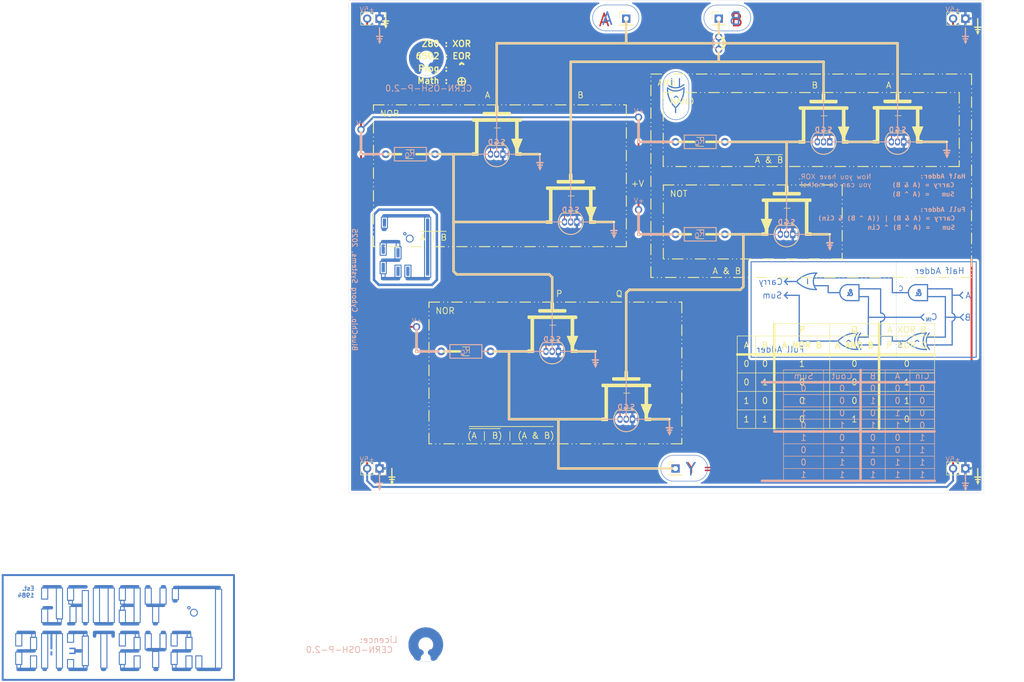
<source format=kicad_pcb>
(kicad_pcb (version 20241229) (generator "pcbnew") (generator_version "9.0")
  (layers (0 "F.Cu" signal) (2 "B.Cu" signal) (13 "F.Paste" user) (15 "B.Paste" user) (5 "F.SilkS" user "F.Silkscreen") (7 "B.SilkS" user "B.Silkscreen") (1 "F.Mask" user) (3 "B.Mask" user) (25 "Edge.Cuts" user))
  (net 0 "")
  (net 1 "Net-(A1-Pin_1)")
  (net 2 "Net-(B1-Pin_1)")
  (net 3 "GNDREF")
  (net 4 "VDD")
  (net 5 "Net-(Q15-D)")
  (net 6 "Net-(Q11-D)")
  (net 7 "Net-(Q11-G)")
  (net 8 "Net-(Q17-D)")
  (net 9 "Net-(Q10-D)")
  (footprint "Connector_PinHeader_2.54mm:PinHeader_1x01_P2.54mm_Vertical" (layer "F.Cu") (at 209.544552 149.877973)
    (property "Reference" "Y1" (hide yes))
    (property "Value" "Conn_01x01_Pin" (hide yes))
  )
  (footprint "Package_TO_SOT_SMD:SOT-23" (layer "F.Cu") (at 232.514682 97.776268 180)
    (property "Reference" "Q21" (hide yes))
    (property "Value" "2N7000" (hide yes))
  )
  (footprint "Package_TO_SOT_SMD:SOT-23" (layer "F.Cu") (at 184.274738 121.878997 180)
    (property "Reference" "Q17" (hide yes))
    (property "Value" "2N7000" (hide yes))
  )
  (footprint "Package_TO_SOT_SMD:SOT-23" (layer "F.Cu") (at 199.499362 135.888628 180)
    (property "Reference" "Q18" (hide yes))
    (property "Value" "2N7000" (hide yes))
  )
  (footprint "Resistor_THT:R_Axial_DIN0207_L6.3mm_D2.5mm_P10.16mm_Horizontal" (layer "F.Cu") (at 209.55 101.6)
    (property "Reference" "R9" (hide yes))
    (property "Value" "R" (hide yes))
  )
  (footprint "Connector_PinHeader_2.54mm:PinHeader_1x01_P2.54mm_Vertical" (layer "F.Cu") (at 218.44 57.15)
    (property "Reference" "B1" (hide yes))
    (property "Value" "Conn_01x01_Pin" (hide yes))
  )
  (footprint "Connector_PinHeader_2.54mm:PinHeader_1x01_P2.54mm_Vertical" (layer "F.Cu") (at 199.39 57.15)
    (property "Reference" "A1" (hide yes))
    (property "Value" "Conn_01x01_Pin" (hide yes))
  )
  (footprint "Package_TO_SOT_THT:TO-92_Inline" (layer "F.Cu") (at 241.3 82.55 180)
    (property "Reference" "Q9" (hide yes))
    (property "Value" "2N7000" (hide yes))
  )
  (footprint "Connector_PinSocket_2.54mm:PinSocket_1x02_P2.54mm_Vertical" (layer "F.Cu") (at 148.59 57.15 -90)
    (property "Reference" "J1" (hide yes))
    (property "Value" "Conn_01x02_Pin" (hide yes))
  )
  (footprint "Resistor_THT:R_Axial_DIN0207_L6.3mm_D2.5mm_P10.16mm_Horizontal" (layer "F.Cu") (at 209.550001 82.55)
    (property "Reference" "R8" (hide yes))
    (property "Value" "R" (hide yes))
  )
  (footprint "Package_TO_SOT_SMD:SOT-23" (layer "F.Cu") (at 255.41219 78.711708 180)
    (property "Reference" "Q20" (hide yes))
    (property "Value" "2N7000" (hide yes))
  )
  (footprint "Resistor_THT:R_Axial_DIN0207_L6.3mm_D2.5mm_P10.16mm_Horizontal" (layer "F.Cu") (at 149.86 85.09)
    (property "Reference" "R6" (hide yes))
    (property "Value" "R" (hide yes))
  )
  (footprint "Package_TO_SOT_THT:TO-92_Inline" (layer "F.Cu") (at 189.23 99.06 180)
    (property "Reference" "Q6" (hide yes))
    (property "Value" "2N7000" (hide yes))
  )
  (footprint "Connector_PinSocket_2.54mm:PinSocket_1x02_P2.54mm_Vertical" (layer "F.Cu") (at 269.24 149.86 -90)
    (property "Reference" "J3" (hide yes))
    (property "Value" "Conn_01x02_Pin" (hide yes))
  )
  (footprint "Package_TO_SOT_THT:TO-92_Inline" (layer "F.Cu") (at 233.68 101.6 180)
    (property "Reference" "Q11" (hide yes))
    (property "Value" "2N7000" (hide yes))
  )
  (footprint "Connector_PinSocket_2.54mm:PinSocket_1x02_P2.54mm_Vertical" (layer "F.Cu") (at 269.24 57.15 -90)
    (property "Reference" "J4" (hide yes))
    (property "Value" "Conn_01x02_Pin" (hide yes))
  )
  (footprint "Package_TO_SOT_THT:TO-92_Inline" (layer "F.Cu") (at 256.54 82.55 180)
    (property "Reference" "Q10" (hide yes))
    (property "Value" "2N7000" (hide yes))
  )
  (footprint "Resistor_SMD:R_1206_3216Metric" (layer "F.Cu") (at 214.607544 101.6)
    (property "Reference" "R19" (hide yes))
    (property "Value" "R" (hide yes))
  )
  (footprint "Package_TO_SOT_SMD:SOT-23" (layer "F.Cu") (at 188.069362 95.248628 180)
    (property "Reference" "Q16" (hide yes))
    (property "Value" "2N7000" (hide yes))
  )
  (footprint "Connector_PinSocket_2.54mm:PinSocket_1x02_P2.54mm_Vertical" (layer "F.Cu") (at 148.59 149.86 -90)
    (property "Reference" "J2" (hide yes))
    (property "Value" "Conn_01x02_Pin" (hide yes))
  )
  (footprint "Package_TO_SOT_THT:TO-92_Inline" (layer "F.Cu") (at 173.99 85.09 180)
    (property "Reference" "Q5" (hide yes))
    (property "Value" "2N7000" (hide yes))
  )
  (footprint "Resistor_SMD:R_1206_3216Metric" (layer "F.Cu") (at 154.765677 85.09)
    (property "Reference" "R16" (hide yes))
    (property "Value" "R" (hide yes))
  )
  (footprint "Resistor_SMD:R_1206_3216Metric" (layer "F.Cu") (at 166.37 125.73)
    (property "Reference" "R17" (hide yes))
    (property "Value" "R" (hide yes))
  )
  (footprint "Package_TO_SOT_THT:TO-92_Inline" (layer "F.Cu") (at 200.66 139.7 180)
    (property "Reference" "Q8" (hide yes))
    (property "Value" "2N7000" (hide yes))
  )
  (footprint "Resistor_SMD:R_1206_3216Metric" (layer "F.Cu") (at 214.630001 82.55)
    (property "Reference" "R18" (hide yes))
    (property "Value" "R" (hide yes))
  )
  (footprint "Package_TO_SOT_THT:TO-92_Inline" (layer "F.Cu") (at 185.42 125.73 180)
    (property "Reference" "Q7" (hide yes))
    (property "Value" "2N7000" (hide yes))
  )
  (footprint "Package_TO_SOT_SMD:SOT-23" (layer "F.Cu") (at 172.844738 81.238997 180)
    (property "Reference" "Q15" (hide yes))
    (property "Value" "2N7000" (hide yes))
  )
  (footprint "Package_TO_SOT_SMD:SOT-23" (layer "F.Cu") (at 240.141496 78.74 180)
    (property "Reference" "Q19" (hide yes))
    (property "Value" "2N7000" (hide yes))
  )
  (footprint "Resistor_THT:R_Axial_DIN0207_L6.3mm_D2.5mm_P10.16mm_Horizontal" (layer "F.Cu") (at 161.29 125.73)
    (property "Reference" "R7" (hide yes))
    (property "Value" "R" (hide yes))
  )
  (gr_line (start 149.67757 64.522093) (end 149.679044 64.521891) (stroke (width 0.254)) (layer "F.Cu"))
  (gr_arc (start 153.061599 64.479929) (mid 152.661201 66.737951) (end 151.337027 68.610261) (stroke (width 0.254)) (layer "F.Cu"))
  (gr_arc (start 153.04454 63.85181) (mid 151.375378 64.501843) (end 149.688472 63.899354) (stroke (width 0.254)) (layer "F.Cu"))
  (gr_arc (start 148.7361 63.83431) (mid 151.4031 61.16731) (end 154.0701 63.83431) (stroke (width 0.1)) (layer "F.Cu"))
  (gr_line (start 153.062139 64.479523) (end 153.061599 64.479929) (stroke (width 0.254)) (layer "F.Cu"))
  (gr_arc (start 151.337803 68.61432) (mid 150.058199 66.750565) (end 149.67757 64.522093) (stroke (width 0.254)) (layer "F.Cu"))
  (gr_arc (start 154.0701 68.40631) (mid 151.4031 71.07331) (end 148.7361 68.40631) (stroke (width 0.1)) (layer "F.Cu"))
  (gr_line (start 148.738404 63.849256) (end 148.738404 68.421256) (stroke (width 0.1)) (layer "F.Cu"))
  (gr_arc (start 153.062139 64.479523) (mid 151.378676 65.146277) (end 149.679044 64.521891) (stroke (width 0.254)) (layer "F.Cu"))
  (gr_line (start 154.0701 63.83431) (end 154.0701 68.40631) (stroke (width 0.1)) (layer "F.Cu"))
  (gr_line (start 151.337027 68.610261) (end 151.337803 68.61432) (stroke (width 0.254)) (layer "F.Cu"))
  (gr_line (start 152.132493 64.364584) (end 152.132493 62.607363) (stroke (width 0.254)) (layer "F.Cu"))
  (gr_line (start 150.523344 64.364584) (end 150.523344 62.607363) (stroke (width 0.254)) (layer "F.Cu"))
  (gr_line (start 151.337803 68.614323) (end 151.337803 69.592363) (stroke (width 0.254)) (layer "F.Cu"))
  (gr_line (start 79.756 191.262) (end 79.502 191.262) (stroke (width 0.7112)) (layer "B.Cu"))
  (gr_arc (start 234.467171 111.32006) (mid 236.339485 109.995895) (end 238.597503 109.595488) (stroke (width 0.254)) (layer "B.Cu"))
  (gr_rect (start 98.298 183.896) (end 99.06 184.658) (stroke (width 0.2)) (fill no) (layer "B.Cu"))
  (gr_circle (center 159.869643 188.85454) (end 159.920443 188.87994) (stroke (width 0.508)) (fill no) (layer "B.Cu"))
  (gr_line (start 268.040337 114.152394) (end 268.669564 114.781621) (stroke (width 0.254)) (layer "B.Cu"))
  (gr_line (start 247.059888 121.948867) (end 247.06009 121.950341) (stroke (width 0.254)) (layer "B.Cu"))
  (gr_arc (start 156.639222 189.301524) (mid 158.129209 182.71479) (end 159.565027 189.313544) (stroke (width 0.2)) (layer "B.Cu"))
  (gr_circle (center 159.547283 189.22065) (end 159.547283 189.22065) (stroke (width 0.254)) (fill no) (layer "B.Cu"))
  (gr_rect (start 76.708 188.468) (end 77.978 191.008) (stroke (width 0.2)) (fill no) (layer "B.Cu"))
  (gr_line (start 263.339616 124.40379) (end 266.50507 124.3965) (stroke (width 0.254)) (layer "B.Cu"))
  (gr_line (start 102.616 181.864) (end 102.235 181.864) (stroke (width 0.7112)) (layer "B.Cu"))
  (gr_line (start 266.50507 117.848055) (end 266.50507 112.865937) (stroke (width 0.254)) (layer "B.Cu"))
  (gr_line (start 88.138 174.244) (end 84.836 174.244) (stroke (width 0.7112)) (layer "B.Cu"))
  (gr_line (start 101.092 174.244) (end 100.711 174.244) (stroke (width 0.7112)) (layer "B.Cu"))
  (gr_line (start 231.959365 114.173469) (end 232.588592 113.544242) (stroke (width 0.254)) (layer "B.Cu"))
  (gr_line (start 88.138 181.864) (end 87.884 181.864) (stroke (width 0.7112)) (layer "B.Cu"))
  (gr_rect (start 108.712 188.468) (end 109.982 191.008) (stroke (width 0.2)) (fill no) (layer "B.Cu"))
  (gr_line (start 243.386618 113.622947) (end 240.976093 113.627937) (stroke (width 0.254)) (layer "B.Cu"))
  (gr_line (start 222.377 54.356) (end 218.059 54.356) (stroke (width 0.1)) (layer "B.Cu"))
  (gr_circle (center 156.204569 188.737525) (end 156.255369 188.762925) (stroke (width 0.508)) (fill no) (layer "B.Cu"))
  (gr_rect (start 157.861 98.044) (end 159.131 110.49) (stroke (width 0.2)) (fill no) (layer "B.Cu"))
  (gr_line (start 255.016 126.852394) (end 255.016 107.272947) (stroke (width 0.1) (type dot)) (layer "B.Cu"))
  (gr_line (start 238.555339 112.979517) (end 238.555541 112.978043) (stroke (width 0.254)) (layer "B.Cu"))
  (gr_rect (start 73.914 190.246) (end 74.676 191.008) (stroke (width 0.2)) (fill no) (layer "B.Cu"))
  (gr_line (start 268.040337 114.152394) (end 268.669564 113.523167) (stroke (width 0.254)) (layer "B.Cu"))
  (gr_circle (center 157.121698 66.779171) (end 157.172498 66.804571) (stroke (width 0.508)) (fill no) (layer "B.Cu"))
  (gr_line (start 268.171389 118.702947) (end 268.800616 119.332174) (stroke (width 0.254)) (layer "B.Cu"))
  (gr_circle (center 159.096044 187.791654) (end 159.146844 187.817054) (stroke (width 0.508)) (fill no) (layer "B.Cu"))
  (gr_arc (start 206.957903 70.743744) (mid 209.624903 68.076744) (end 212.291903 70.743744) (stroke (width 0.1)) (layer "B.Cu"))
  (gr_rect (start 152.019 103.378) (end 152.781 104.14) (stroke (width 0.2)) (fill no) (layer "B.Cu"))
  (gr_line (start 88.138 191.262) (end 84.836 191.262) (stroke (width 0.7112)) (layer "B.Cu"))
  (gr_circle (center 159.987169 67.959072) (end 160.037969 67.984472) (stroke (width 0.508)) (fill no) (layer "B.Cu"))
  (gr_line (start 238.597909 109.594948) (end 238.597503 109.595488) (stroke (width 0.254)) (layer "B.Cu"))
  (gr_line (start 260.037616 118.6815) (end 260.666843 118.052273) (stroke (width 0.254)) (layer "B.Cu"))
  (gr_rect (start 151.765 104.14) (end 153.035 106.68) (stroke (width 0.2)) (fill no) (layer "B.Cu"))
  (gr_arc (start 261.21305 125.332896) (mid 258.955016 124.932526) (end 257.082718 123.608324) (stroke (width 0.254)) (layer "B.Cu"))
  (gr_rect (start 100.33 183.896) (end 101.6 187.198) (stroke (width 0.2)) (fill no) (layer "B.Cu"))
  (gr_rect (start 82.042 174.498) (end 83.312 180.848) (stroke (width 0.2)) (fill no) (layer "B.Cu"))
  (gr_circle (center 110.363 179.578) (end 109.855 180.086) (stroke (width 0.2)) (fill no) (layer "B.Cu"))
  (gr_circle (center 159.781926 68.0466) (end 159.832726 68.072) (stroke (width 0.508)) (fill no) (layer "B.Cu"))
  (gr_line (start 147.447 110.998) (end 148.463 112.014) (stroke (width 0.508)) (layer "B.Cu"))
  (gr_line (start 249.253831 118.702947) (end 260.016169 118.702947) (stroke (width 0.254)) (layer "B.Cu"))
  (gr_rect (start 148.971 98.044) (end 150.241 100.33) (stroke (width 0.2)) (fill no) (layer "B.Cu"))
  (gr_line (start 207.899373 71.431527) (end 207.900847 71.431325) (stroke (width 0.254)) (layer "B.Cu"))
  (gr_circle (center 159.2326 187.646668) (end 159.2834 187.672068) (stroke (width 0.508)) (fill no) (layer "B.Cu"))
  (gr_line (start 247.323618 111.971947) (end 247.323618 115.283337) (stroke (width 0.254)) (layer "B.Cu"))
  (gr_line (start 115.57 174.371) (end 106.426 174.371) (stroke (width 0.7112)) (layer "B.Cu"))
  (gr_arc (start 195.143251 59.66664) (mid 192.476251 56.99964) (end 195.143251 54.33264) (stroke (width 0.1)) (layer "B.Cu"))
  (gr_line (start 231.970616 111.32006) (end 233.367616 111.32006) (stroke (width 0.254)) (layer "B.Cu"))
  (gr_line (start 87.122 187.452) (end 86.106 187.452) (stroke (width 0.7112)) (layer "B.Cu"))
  (gr_rect (start 70.993 171.831) (end 118.618 193.421) (stroke (width 0.4)) (fill no) (layer "B.Cu"))
  (gr_rect (start 103.378 183.896) (end 104.648 187.198) (stroke (width 0.2)) (fill no) (layer "B.Cu"))
  (gr_line (start 247.217397 124.40379) (end 249.228618 124.40379) (stroke (width 0.254)) (layer "B.Cu"))
  (gr_line (start 231.970616 111.32006) (end 232.599843 110.690833) (stroke (width 0.254)) (layer "B.Cu"))
  (gr_line (start 235.018616 114.173469) (end 235.018616 123.625557) (stroke (width 0.254)) (layer "B.Cu"))
  (gr_line (start 104.14 178.054) (end 100.838 178.054) (stroke (width 0.7112)) (layer "B.Cu"))
  (gr_rect (start 105.664 183.896) (end 106.934 186.436) (stroke (width 0.2)) (fill no) (layer "B.Cu"))
  (gr_rect (start 78.994 174.498) (end 80.264 176.784) (stroke (width 0.2)) (fill no) (layer "B.Cu"))
  (gr_rect (start 94.996 183.896) (end 96.266 186.436) (stroke (width 0.2)) (fill no) (layer "B.Cu"))
  (gr_line (start 81.026 187.706) (end 81.026 188.214) (stroke (width 0.4064)) (layer "B.Cu"))
  (gr_line (start 89.916 183.642) (end 89.916 184.404) (stroke (width 0.7112)) (layer "B.Cu"))
  (gr_line (start 209.16812 152.474986) (end 213.48612 152.474986) (stroke (width 0.1)) (layer "B.Cu"))
  (gr_arc (start 218.059 59.69) (mid 215.392 57.023) (end 218.059 54.356) (stroke (width 0.1)) (layer "B.Cu"))
  (gr_line (start 93.472 181.864) (end 90.17 181.864) (stroke (width 0.7112)) (layer "B.Cu"))
  (gr_line (start 261.170886 121.948867) (end 261.171088 121.950341) (stroke (width 0.254)) (layer "B.Cu"))
  (gr_line (start 245.037618 111.981337) (end 247.323618 111.971947) (stroke (width 0.254)) (layer "B.Cu"))
  (gr_line (start 148.463 112.014) (end 159.385 112.014) (stroke (width 0.508)) (layer "B.Cu"))
  (gr_arc (start 266.50507 117.848053) (mid 267.136046 118.68649) (end 266.50507 119.524927) (stroke (width 0.254)) (layer "B.Cu"))
  (gr_arc (start 257.078659 123.6091) (mid 258.942418 122.329506) (end 261.170886 121.948867) (stroke (width 0.254)) (layer "B.Cu"))
  (gr_line (start 247.323618 115.283337) (end 245.037618 115.273947) (stroke (width 0.254)) (layer "B.Cu"))
  (gr_rect (start 92.71 174.498) (end 93.98 181.61) (stroke (width 0.2)) (fill no) (layer "B.Cu"))
  (gr_rect (start 98.044 174.498) (end 99.314 181.61) (stroke (width 0.2)) (fill no) (layer "B.Cu"))
  (gr_arc (start 156.309479 187.96) (mid 158.127764 183.6335) (end 159.902474 187.978055) (stroke (width 2.032)) (layer "B.Cu"))
  (gr_line (start 240.976093 113.627937) (end 240.987616 112.203241) (stroke (width 0.254)) (layer "B.Cu"))
  (gr_line (start 102.743 191.262) (end 102.362 191.262) (stroke (width 0.7112)) (layer "B.Cu"))
  (gr_line (start 159.096126 66.9544) (end 159.705726 68.1228) (stroke (width 0.508)) (layer "B.Cu"))
  (gr_line (start 109.474 187.452) (end 106.172 187.452) (stroke (width 0.7112)) (layer "B.Cu"))
  (gr_arc (start 261.213456 125.333436) (mid 260.5467 123.649973) (end 261.171088 121.950341) (stroke (width 0.254)) (layer "B.Cu"))
  (gr_circle (center 156.414221 188.839913) (end 156.465021 188.865313) (stroke (width 0.508)) (fill no) (layer "B.Cu"))
  (gr_line (start 251.782616 119.559033) (end 251.782616 124.3711) (stroke (width 0.254)) (layer "B.Cu"))
  (gr_circle (center 156.531747 67.944445) (end 156.582547 67.969845) (stroke (width 0.508)) (fill no) (layer "B.Cu"))
  (gr_rect (start 95.25 177.038) (end 96.012 177.8) (stroke (width 0.2)) (fill no) (layer "B.Cu"))
  (gr_arc (start 238.555339 112.979517) (mid 236.326869 112.598882) (end 234.463112 111.319284) (stroke (width 0.254)) (layer "B.Cu"))
  (gr_rect (start 108.712 184.658) (end 109.982 187.198) (stroke (width 0.2)) (fill no) (layer "B.Cu"))
  (gr_line (start 148.463 96.52) (end 147.447 97.536) (stroke (width 0.508)) (layer "B.Cu"))
  (gr_rect (start 87.63 190.5) (end 88.392 191.008) (stroke (width 0.2)) (fill no) (layer "B.Cu"))
  (gr_arc (start 211.266343 70.761244) (mid 209.597181 71.411277) (end 207.910275 70.808788) (stroke (width 0.254)) (layer "B.Cu"))
  (gr_rect (start 151.765 107.95) (end 153.035 110.49) (stroke (width 0.2)) (fill no) (layer "B.Cu"))
  (gr_arc (start 247.102458 125.333436) (mid 246.435702 123.649973) (end 247.06009 121.950341) (stroke (width 0.254)) (layer "B.Cu"))
  (gr_rect (start 76.962 183.896) (end 77.724 184.658) (stroke (width 0.2)) (fill no) (layer "B.Cu"))
  (gr_rect (start 148.971 109.728) (end 149.733 110.49) (stroke (width 0.2)) (fill no) (layer "B.Cu"))
  (gr_line (start 93.472 174.244) (end 90.17 174.244) (stroke (width 0.7112)) (layer "B.Cu"))
  (gr_rect (start 73.66 187.706) (end 74.93 190.246) (stroke (width 0.2)) (fill no) (layer "B.Cu"))
  (gr_line (start 259.148616 111.981337) (end 261.434616 111.971947) (stroke (width 0.254)) (layer "B.Cu"))
  (gr_circle (center 156.322095 67.842057) (end 156.372895 67.867457) (stroke (width 0.508)) (fill no) (layer "B.Cu"))
  (gr_line (start 261.328395 124.40379) (end 263.339616 124.40379) (stroke (width 0.254)) (layer "B.Cu"))
  (gr_rect (start 148.717 107.188) (end 149.987 109.728) (stroke (width 0.2)) (fill no) (layer "B.Cu"))
  (gr_arc (start 211.283402 71.389363) (mid 210.883004 73.647385) (end 209.55883 75.519695) (stroke (width 0.254)) (layer "B.Cu"))
  (gr_line (start 93.726 183.642) (end 90.17 183.642) (stroke (width 0.7112)) (layer "B.Cu"))
  (gr_line (start 231.959365 114.173469) (end 235.018616 114.173469) (stroke (width 0.254)) (layer "B.Cu"))
  (gr_line (start 254.195616 122.609557) (end 251.782616 122.609557) (stroke (width 0.254)) (layer "B.Cu"))
  (gr_arc (start 213.48612 147.140986) (mid 216.15312 149.807986) (end 213.48612 152.474986) (stroke (width 0.1)) (layer "B.Cu"))
  (gr_rect (start 148.717 103.378) (end 149.987 105.918) (stroke (width 0.2)) (fill no) (layer "B.Cu"))
  (gr_line (start 195.143251 59.66664) (end 199.334251 59.66664) (stroke (width 0.1)) (layer "B.Cu"))
  (gr_line (start 159.385 96.52) (end 148.463 96.52) (stroke (width 0.508)) (layer "B.Cu"))
  (gr_circle (center 160.14644 67.851808) (end 160.19724 67.877208) (stroke (width 0.508)) (fill no) (layer "B.Cu"))
  (gr_line (start 254.195616 113.627937) (end 256.354616 113.627937) (stroke (width 0.254)) (layer "B.Cu"))
  (gr_line (start 260.037616 118.6815) (end 260.666843 119.310727) (stroke (width 0.254)) (layer "B.Cu"))
  (gr_line (start 254.195616 123.6091) (end 254.195616 122.609557) (stroke (width 0.254)) (layer "B.Cu"))
  (gr_line (start 85.852 186.944) (end 85.852 187.96) (stroke (width 0.3048)) (layer "B.Cu"))
  (gr_rect (start 95.25 178.308) (end 96.012 179.07) (stroke (width 0.2)) (fill no) (layer "B.Cu"))
  (gr_line (start 209.55883 75.519695) (end 209.559606 75.523754) (stroke (width 0.254)) (layer "B.Cu"))
  (gr_line (start 106.676253 177.155531) (end 106.295253 177.155531) (stroke (width 0.7112)) (layer "B.Cu"))
  (gr_line (start 152.527 110.744) (end 149.225 110.744) (stroke (width 0.7112)) (layer "B.Cu"))
  (gr_rect (start 84.328 183.896) (end 85.598 185.674) (stroke (width 0.2)) (fill no) (layer "B.Cu"))
  (gr_line (start 231.970616 111.32006) (end 232.599843 111.949287) (stroke (width 0.254)) (layer "B.Cu"))
  (gr_line (start 152.527 106.934) (end 149.225 106.934) (stroke (width 0.7112)) (layer "B.Cu"))
  (gr_rect (start 94.996 187.706) (end 96.266 190.246) (stroke (width 0.2)) (fill no) (layer "B.Cu"))
  (gr_rect (start 87.376 184.404) (end 88.646 190.5) (stroke (width 0.2)) (fill no) (layer "B.Cu"))
  (gr_line (start 209.559606 75.523757) (end 209.559606 76.501797) (stroke (width 0.254)) (layer "B.Cu"))
  (gr_line (start 82.804 181.864) (end 79.502 181.864) (stroke (width 0.7112)) (layer "B.Cu"))
  (gr_line (start 254.195616 110.579937) (end 239.846765 110.584382) (stroke (width 0.254)) (layer "B.Cu"))
  (gr_line (start 254.195616 113.627937) (end 254.195616 110.579937) (stroke (width 0.254)) (layer "B.Cu"))
  (gr_rect (start 87.376 175.006) (end 88.646 181.61) (stroke (width 0.2)) (fill no) (layer "B.Cu"))
  (gr_line (start 158.9786 187.849868) (end 159.5882 189.018268) (stroke (width 0.508)) (layer "B.Cu"))
  (gr_rect (start 110.744 188.468) (end 112.014 191.008) (stroke (width 0.2)) (fill no) (layer "B.Cu"))
  (gr_line (start 87.122 178.054) (end 85.344 178.054) (stroke (width 0.7112)) (layer "B.Cu"))
  (gr_line (start 158.623 97.79) (end 149.479 97.79) (stroke (width 0.7112)) (layer "B.Cu"))
  (gr_rect (start 78.994 183.896) (end 80.264 191.008) (stroke (width 0.2)) (fill no) (layer "B.Cu"))
  (gr_arc (start 242.967661 123.6091) (mid 244.83142 122.329506) (end 247.059888 121.948867) (stroke (width 0.254)) (layer "B.Cu"))
  (gr_line (start 85.598 181.864) (end 84.582 181.864) (stroke (width 0.7112)) (layer "B.Cu"))
  (gr_line (start 238.089544 110.584382) (end 239.846765 110.584382) (stroke (width 0.254)) (layer "B.Cu"))
  (gr_line (start 152.527 103.124) (end 149.225 103.124) (stroke (width 0.7112)) (layer "B.Cu"))
  (gr_line (start 238.089544 112.193531) (end 240.987616 112.193531) (stroke (width 0.254)) (layer "B.Cu"))
  (gr_rect (start 84.328 189.23) (end 85.598 191.008) (stroke (width 0.2)) (fill no) (layer "B.Cu"))
  (gr_line (start 104.267 187.198) (end 100.838 187.198) (stroke (width 0.7112)) (layer "B.Cu"))
  (gr_line (start 234.467171 111.32006) (end 234.463112 111.319284) (stroke (width 0.254)) (layer "B.Cu"))
  (gr_line (start 77.47 183.642) (end 74.168 183.642) (stroke (width 0.7112)) (layer "B.Cu"))
  (gr_arc (start 247.102052 125.332896) (mid 244.844019 124.932525) (end 242.97172 123.608324) (stroke (width 0.254)) (layer "B.Cu"))
  (gr_line (start 249.262516 112.833247) (end 251.782616 112.840537) (stroke (width 0.254)) (layer "B.Cu"))
  (gr_line (start 257.082718 123.608324) (end 257.078659 123.6091) (stroke (width 0.254)) (layer "B.Cu"))
  (gr_line (start 81.026 183.896) (end 81.026 186.944) (stroke (width 0.4064)) (layer "B.Cu"))
  (gr_line (start 261.434616 115.283337) (end 259.148616 115.273947) (stroke (width 0.254)) (layer "B.Cu"))
  (gr_line (start 212.291903 70.743744) (end 212.291903 75.315744) (stroke (width 0.1)) (layer "B.Cu"))
  (gr_rect (start 153.797 107.95) (end 155.067 110.49) (stroke (width 0.2)) (fill no) (layer "B.Cu"))
  (gr_circle (center 156.78744 68.311173) (end 156.78744 68.311173) (stroke (width 0.254)) (fill no) (layer "B.Cu"))
  (gr_line (start 234.463112 111.32006) (end 233.113616 111.32006) (stroke (width 0.254)) (layer "B.Cu"))
  (gr_line (start 261.213456 125.333436) (end 261.21305 125.332896) (stroke (width 0.254)) (layer "B.Cu"))
  (gr_line (start 206.960207 70.75869) (end 206.960207 75.33069) (stroke (width 0.1)) (layer "B.Cu"))
  (gr_circle (center 154.813 102.489) (end 154.305 102.997) (stroke (width 0.2)) (fill no) (layer "B.Cu"))
  (gr_line (start 251.782616 112.840537) (end 251.782616 117.813947) (stroke (width 0.254)) (layer "B.Cu"))
  (gr_line (start 82.804 191.262) (end 82.55 191.262) (stroke (width 0.7112)) (layer "B.Cu"))
  (gr_rect (start 84.328 174.498) (end 85.598 177.038) (stroke (width 0.2)) (fill no) (layer "B.Cu"))
  (gr_line (start 109.474 183.642) (end 106.172 183.642) (stroke (width 0.7112)) (layer "B.Cu"))
  (gr_circle (center 159.664809 68.325182) (end 159.664809 68.325182) (stroke (width 0.254)) (fill no) (layer "B.Cu"))
  (gr_circle (center 159.6644 188.942068) (end 159.7152 188.967468) (stroke (width 0.508)) (fill no) (layer "B.Cu"))
  (gr_line (start 210.354296 71.274018) (end 210.354296 69.516797) (stroke (width 0.254)) (layer "B.Cu"))
  (gr_line (start 84.836 186.944) (end 85.852 186.944) (stroke (width 0.3048)) (layer "B.Cu"))
  (gr_arc (start 259.148616 115.273947) (mid 257.497616 113.622947) (end 259.148616 111.971947) (stroke (width 0.254)) (layer "B.Cu"))
  (gr_rect (start 98.044 188.468) (end 99.314 191.008) (stroke (width 0.2)) (fill no) (layer "B.Cu"))
  (gr_rect (start 89.662 174.498) (end 90.932 181.61) (stroke (width 0.2)) (fill no) (layer "B.Cu"))
  (gr_line (start 82.804 183.642) (end 79.502 183.642) (stroke (width 0.7112)) (layer "B.Cu"))
  (gr_circle (center 159.21357 66.896186) (end 159.26437 66.921586) (stroke (width 0.508)) (fill no) (layer "B.Cu"))
  (gr_line (start 104.267 174.244) (end 103.886 174.244) (stroke (width 0.7112)) (layer "B.Cu"))
  (gr_circle (center 157.004172 187.674639) (end 157.054972 187.700039) (stroke (width 0.508)) (fill no) (layer "B.Cu"))
  (gr_rect (start 105.918 174.625) (end 107.188 176.911) (stroke (width 0.2)) (fill no) (layer "B.Cu"))
  (gr_line (start 88.138 183.642) (end 84.836 183.642) (stroke (width 0.7112)) (layer "B.Cu"))
  (gr_rect (start 225.112616 107.2515) (end 271.467616 126.9365) (stroke (width 0.2)) (fill no) (layer "B.Cu"))
  (gr_line (start 265.117616 118.702947) (end 268.171389 118.702947) (stroke (width 0.254)) (layer "B.Cu"))
  (gr_line (start 104.267 183.642) (end 103.886 183.642) (stroke (width 0.7112)) (layer "B.Cu"))
  (gr_rect (start 84.836 178.308) (end 86.106 181.61) (stroke (width 0.2)) (fill no) (layer "B.Cu"))
  (gr_line (start 242.97172 123.608324) (end 242.967661 123.6091) (stroke (width 0.254)) (layer "B.Cu"))
  (gr_line (start 213.48612 147.140986) (end 209.16812 147.140986) (stroke (width 0.1)) (layer "B.Cu"))
  (gr_arc (start 212.291903 75.315744) (mid 209.624903 77.982744) (end 206.957903 75.315744) (stroke (width 0.1)) (layer "B.Cu"))
  (gr_line (start 235.018616 123.625557) (end 241.989618 123.600858) (stroke (width 0.254)) (layer "B.Cu"))
  (gr_line (start 266.50507 112.827765) (end 263.373514 112.833247) (stroke (width 0.254)) (layer "B.Cu"))
  (gr_line (start 266.517503 124.387557) (end 266.50507 119.524945) (stroke (width 0.254)) (layer "B.Cu"))
  (gr_line (start 247.102458 125.333436) (end 247.102052 125.332896) (stroke (width 0.254)) (layer "B.Cu"))
  (gr_line (start 160.401 97.536) (end 159.385 96.52) (stroke (width 0.508)) (layer "B.Cu"))
  (gr_line (start 257.078656 123.6091) (end 256.100616 123.6091) (stroke (width 0.254)) (layer "B.Cu"))
  (gr_line (start 158.623 110.744) (end 154.305 110.744) (stroke (width 0.7112)) (layer "B.Cu"))
  (gr_arc (start 261.841169 125.315837) (mid 261.191155 123.646675) (end 261.793625 121.959769) (stroke (width 0.254)) (layer "B.Cu"))
  (gr_rect (start 84.582 177.038) (end 85.344 177.8) (stroke (width 0.2)) (fill no) (layer "B.Cu"))
  (gr_line (start 256.354616 123.6091) (end 254.195616 123.6091) (stroke (width 0.254)) (layer "B.Cu"))
  (gr_line (start 268.040337 114.152394) (end 266.518669 114.152394) (stroke (width 0.254)) (layer "B.Cu"))
  (gr_circle (center 157.14069 187.786778) (end 157.19149 187.812178) (stroke (width 0.508)) (fill no) (layer "B.Cu"))
  (gr_circle (center 157.258216 66.89131) (end 157.309016 66.91671) (stroke (width 0.508)) (fill no) (layer "B.Cu"))
  (gr_line (start 147.447 97.536) (end 147.447 110.998) (stroke (width 0.508)) (layer "B.Cu"))
  (gr_arc (start 222.377 54.356) (mid 225.044 57.023) (end 222.377 59.69) (stroke (width 0.1)) (layer "B.Cu"))
  (gr_line (start 211.283942 71.388957) (end 211.283402 71.389363) (stroke (width 0.254)) (layer "B.Cu"))
  (gr_line (start 251.782616 124.3965) (end 249.228618 124.3965) (stroke (width 0.254)) (layer "B.Cu"))
  (gr_line (start 218.059 59.69) (end 222.377 59.69) (stroke (width 0.1)) (layer "B.Cu"))
  (gr_line (start 261.616293 112.833247) (end 263.373514 112.833247) (stroke (width 0.254)) (layer "B.Cu"))
  (gr_circle (center 156.663389 68.037082) (end 156.714189 68.062482) (stroke (width 0.508)) (fill no) (layer "B.Cu"))
  (gr_arc (start 211.283942 71.388957) (mid 209.600479 72.055711) (end 207.900847 71.431325) (stroke (width 0.254)) (layer "B.Cu"))
  (gr_line (start 91.948 191.262) (end 91.567 191.262) (stroke (width 0.7112)) (layer "B.Cu"))
  (gr_line (start 98.806 181.864) (end 95.504 181.864) (stroke (width 0.7112)) (layer "B.Cu"))
  (gr_rect (start 105.918 190.246) (end 106.68 191.008) (stroke (width 0.2)) (fill no) (layer "B.Cu"))
  (gr_rect (start 95.25 190.246) (end 96.012 191.008) (stroke (width 0.2)) (fill no) (layer "B.Cu"))
  (gr_arc (start 156.756748 68.406056) (mid 158.246735 61.819322) (end 159.682553 68.418076) (stroke (width 0.2)) (layer "B.Cu"))
  (gr_line (start 82.804 174.244) (end 79.502 174.244) (stroke (width 0.7112)) (layer "B.Cu"))
  (gr_line (start 77.47 187.452) (end 74.168 187.452) (stroke (width 0.7112)) (layer "B.Cu"))
  (gr_line (start 257.497616 113.622947) (end 255.973616 113.627937) (stroke (width 0.254)) (layer "B.Cu"))
  (gr_rect (start 76.708 184.658) (end 77.978 187.198) (stroke (width 0.2)) (fill no) (layer "B.Cu"))
  (gr_line (start 157.419726 66.929) (end 156.733926 68.1482) (stroke (width 0.508)) (layer "B.Cu"))
  (gr_arc (start 251.782616 117.813947) (mid 252.655159 118.68649) (end 251.782616 119.559033) (stroke (width 0.254)) (layer "B.Cu"))
  (gr_line (start 159.385 112.014) (end 160.401 110.998) (stroke (width 0.508)) (layer "B.Cu"))
  (gr_rect (start 108.966 183.896) (end 109.728 184.658) (stroke (width 0.2)) (fill no) (layer "B.Cu"))
  (gr_line (start 149.729253 100.574531) (end 149.348253 100.574531) (stroke (width 0.7112)) (layer "B.Cu"))
  (gr_circle (center 160.028914 188.747276) (end 160.079714 188.772676) (stroke (width 0.508)) (fill no) (layer "B.Cu"))
  (gr_arc (start 247.730171 125.315837) (mid 247.080157 123.646675) (end 247.682627 121.959769) (stroke (width 0.254)) (layer "B.Cu"))
  (gr_line (start 261.328395 122.794641) (end 265.10807 122.7963) (stroke (width 0.254)) (layer "B.Cu"))
  (gr_line (start 109.474 191.262) (end 106.172 191.262) (stroke (width 0.7112)) (layer "B.Cu"))
  (gr_rect (start 94.996 174.498) (end 96.266 177.038) (stroke (width 0.2)) (fill no) (layer "B.Cu"))
  (gr_line (start 265.10807 122.7963) (end 265.117616 114.442396) (stroke (width 0.254)) (layer "B.Cu"))
  (gr_line (start 199.334251 54.33264) (end 195.016251 54.33264) (stroke (width 0.1)) (layer "B.Cu"))
  (gr_line (start 77.47 191.262) (end 74.168 191.262) (stroke (width 0.7112)) (layer "B.Cu"))
  (gr_line (start 261.434616 111.971947) (end 261.434616 115.283337) (stroke (width 0.254)) (layer "B.Cu"))
  (gr_rect (start 103.378 174.498) (end 104.648 177.8) (stroke (width 0.2)) (fill no) (layer "B.Cu"))
  (gr_line (start 261.616293 114.442396) (end 265.117616 114.442396) (stroke (width 0.254)) (layer "B.Cu"))
  (gr_rect (start 82.042 183.896) (end 83.312 191.008) (stroke (width 0.2)) (fill no) (layer "B.Cu"))
  (gr_rect (start 100.33 174.498) (end 101.6 177.8) (stroke (width 0.2)) (fill no) (layer "B.Cu"))
  (gr_rect (start 94.996 179.07) (end 96.266 181.61) (stroke (width 0.2)) (fill no) (layer "B.Cu"))
  (gr_line (start 115.57 191.262) (end 111.252 191.262) (stroke (width 0.7112)) (layer "B.Cu"))
  (gr_line (start 101.092 183.642) (end 100.711 183.642) (stroke (width 0.7112)) (layer "B.Cu"))
  (gr_rect (start 82.296 180.848) (end 83.058 181.61) (stroke (width 0.2)) (fill no) (layer "B.Cu"))
  (gr_line (start 81.026 178.562) (end 79.502 178.562) (stroke (width 0.7112)) (layer "B.Cu"))
  (gr_rect (start 101.854 187.579) (end 103.124 190.881) (stroke (width 0.2)) (fill no) (layer "B.Cu"))
  (gr_rect (start 114.808 174.752) (end 116.078 191.008) (stroke (width 0.2)) (fill no) (layer "B.Cu"))
  (gr_line (start 98.806 183.642) (end 95.504 183.642) (stroke (width 0.7112)) (layer "B.Cu"))
  (gr_arc (start 209.16812 152.474986) (mid 206.50112 149.807986) (end 209.16812 147.140986) (stroke (width 0.1)) (layer "B.Cu"))
  (gr_line (start 208.745147 71.274018) (end 208.745147 69.516797) (stroke (width 0.254)) (layer "B.Cu"))
  (gr_arc (start 209.559606 75.523754) (mid 208.28 73.66) (end 207.899373 71.431527) (stroke (width 0.254)) (layer "B.Cu"))
  (gr_line (start 98.806 191.262) (end 95.504 191.262) (stroke (width 0.7112)) (layer "B.Cu"))
  (gr_line (start 85.852 187.96) (end 84.836 187.96) (stroke (width 0.3048)) (layer "B.Cu"))
  (gr_circle (center 156.545863 188.93255) (end 156.596663 188.95795) (stroke (width 0.508)) (fill no) (layer "B.Cu"))
  (gr_line (start 231.959365 114.173469) (end 232.588592 114.802696) (stroke (width 0.254)) (layer "B.Cu"))
  (gr_rect (start 78.994 178.816) (end 80.264 181.61) (stroke (width 0.2)) (fill no) (layer "B.Cu"))
  (gr_circle (center 159.350126 66.7512) (end 159.400926 66.7766) (stroke (width 0.508)) (fill no) (layer "B.Cu"))
  (gr_arc (start 245.037618 115.273947) (mid 243.386618 113.622947) (end 245.037618 111.971947) (stroke (width 0.254)) (layer "B.Cu"))
  (gr_line (start 247.217397 122.794641) (end 249.228618 122.794641) (stroke (width 0.254)) (layer "B.Cu"))
  (gr_line (start 242.967658 123.6091) (end 241.989618 123.6091) (stroke (width 0.254)) (layer "B.Cu"))
  (gr_line (start 268.171389 118.702947) (end 268.800616 118.07372) (stroke (width 0.254)) (layer "B.Cu"))
  (gr_rect (start 101.854 178.308) (end 103.124 181.61) (stroke (width 0.2)) (fill no) (layer "B.Cu"))
  (gr_arc (start 156.427005 67.064532) (mid 158.24529 62.738032) (end 160.02 67.082587) (stroke (width 2.032)) (layer "B.Cu"))
  (gr_line (start 93.726 183.642) (end 93.726 184.404) (stroke (width 0.7112)) (layer "B.Cu"))
  (gr_rect (start 73.66 183.896) (end 74.93 186.436) (stroke (width 0.2)) (fill no) (layer "B.Cu"))
  (gr_line (start 98.806 187.452) (end 95.504 187.452) (stroke (width 0.7112)) (layer "B.Cu"))
  (gr_rect (start 87.63 183.896) (end 88.392 184.404) (stroke (width 0.2)) (fill no) (layer "B.Cu"))
  (gr_circle (center 109.347 178.562) (end 109.347 178.816) (stroke (width 0.2)) (fill no) (layer "B.Cu"))
  (gr_line (start 160.401 110.998) (end 160.401 97.536) (stroke (width 0.508)) (layer "B.Cu"))
  (gr_line (start 249.22797 122.796344) (end 249.279692 114.442396) (stroke (width 0.254)) (layer "B.Cu"))
  (gr_rect (start 105.664 187.706) (end 106.934 190.246) (stroke (width 0.2)) (fill no) (layer "B.Cu"))
  (gr_line (start 97.79 178.054) (end 95.758 178.054) (stroke (width 0.7112)) (layer "B.Cu"))
  (gr_line (start 157.3022 187.824468) (end 156.6164 189.043668) (stroke (width 0.508)) (layer "B.Cu"))
  (gr_line (start 247.505295 112.833247) (end 249.262516 112.833247) (stroke (width 0.254)) (layer "B.Cu"))
  (gr_rect (start 98.044 184.658) (end 99.314 187.198) (stroke (width 0.2)) (fill no) (layer "B.Cu"))
  (gr_line (start 98.806 174.244) (end 95.504 174.244) (stroke (width 0.7112)) (layer "B.Cu"))
  (gr_line (start 247.505295 114.442396) (end 249.262516 114.442396) (stroke (width 0.254)) (layer "B.Cu"))
  (gr_arc (start 238.555541 112.978043) (mid 237.931163 111.278411) (end 238.597909 109.594948) (stroke (width 0.254)) (layer "B.Cu"))
  (gr_circle (center 153.797 101.473) (end 153.797 101.727) (stroke (width 0.2)) (fill no) (layer "B.Cu"))
  (gr_rect (start 91.186 183.896) (end 92.456 191.008) (stroke (width 0.2)) (fill no) (layer "B.Cu"))
  (gr_arc (start 199.334251 54.33264) (mid 202.001251 56.99964) (end 199.334251 59.66664) (stroke (width 0.1)) (layer "B.Cu"))
  (gr_circle (center 156.669914 189.206641) (end 156.669914 189.206641) (stroke (width 0.254)) (fill no) (layer "B.Cu"))
  (gr_circle (center 158.127764 186.1735) (end 154.568046 186.183251) (stroke (width 0.0254)) (fill no) (layers "B.Cu" "B.Mask"))
  (gr_circle (center 158.24529 65.278032) (end 154.685572 65.287783) (stroke (width 0.0254)) (fill no) (layers "B.Cu" "B.Mask"))
  (gr_poly (pts (xy 178.020104 81.936502) (xy 176.892801 84.7228) (xy 175.767647 81.936404)) (stroke (width 0.1)) (fill yes) (layer "F.SilkS"))
  (gr_line (start 271.145 151.62249) (end 272.415 151.62249) (stroke (width 0.254)) (layer "F.SilkS"))
  (gr_line (start 163.83 85.09) (end 163.83 109.22) (stroke (width 0.508)) (layer "F.SilkS"))
  (gr_line (start 271.48897 59.80149) (end 272.094681 59.80149) (stroke (width 0.1)) (layer "F.SilkS"))
  (gr_line (start 163.83 99.06) (end 182.898177 99.06) (stroke (width 0.508)) (layer "F.SilkS"))
  (gr_line (start 151.148955 152.92351) (end 151.13 149.86) (stroke (width 0.254)) (layer "F.SilkS"))
  (gr_line (start 222.885 113.03) (end 223.52 112.395) (stroke (width 0.508)) (layer "F.SilkS"))
  (gr_line (start 265.420523 82.55) (end 260.350001 82.55) (stroke (width 0.508)) (layer "F.SilkS"))
  (gr_line (start 240.665 103.36249) (end 241.935 103.36249) (stroke (width 0.254)) (layer "F.SilkS"))
  (gr_line (start 201.93 101.597448) (end 212.702544 101.601276) (stroke (width 0.508)) (layer "F.SilkS"))
  (gr_line (start 241.322456 101.6) (end 237.502731 101.6) (stroke (width 0.508)) (layer "F.SilkS"))
  (gr_line (start 271.791656 153.14649) (end 271.499747 152.51149) (stroke (width 0.1)) (layer "F.SilkS"))
  (gr_line (start 208.623635 142.35149) (end 208.309833 142.98649) (stroke (width 0.1)) (layer "F.SilkS"))
  (gr_line (start 149.405274 58.15049) (end 150.33662 58.15049) (stroke (width 0.254)) (layer "F.SilkS"))
  (gr_line (start 208.298177 139.7) (end 204.488177 139.7) (stroke (width 0.508)) (layer "F.SilkS"))
  (gr_line (start 172.72 74.93) (end 172.72 62.23) (stroke (width 0.508)) (layer "F.SilkS"))
  (gr_line (start 151.455458 152.51149) (end 151.141656 153.14649) (stroke (width 0.1)) (layer "F.SilkS"))
  (gr_poly (pts (xy 237.319156 74.565195) (xy 237.160406 74.406445) (xy 237.160406 74.049257) (xy 237.279468 73.930195) (xy 239.700406 73.930195) (xy 239.700406 72.660195) (xy 240.335406 72.660195) (xy 240.335406 73.930195) (xy 242.756344 73.930195) (xy 242.875406 74.049257) (xy 242.875406 74.406445) (xy 242.716656 74.565195)) (stroke (width 0.1)) (fill yes) (layer "F.SilkS"))
  (gr_poly (pts (xy 193.241337 95.980391) (xy 192.114034 98.766689) (xy 190.98888 95.980293)) (stroke (width 0.1)) (fill yes) (layer "F.SilkS"))
  (gr_line (start 218.44 63.5) (end 218.44 66.04) (stroke (width 0.508)) (layer "F.SilkS"))
  (gr_line (start 271.499747 152.51149) (end 272.105458 152.51149) (stroke (width 0.1)) (layer "F.SilkS"))
  (gr_poly (pts (xy 250.195448 82.84546) (xy 250.195448 82.21046) (xy 250.830448 82.21046) (xy 250.830448 75.86046) (xy 250.354198 75.86046) (xy 250.195448 75.70171) (xy 250.195448 75.344522) (xy 250.31451 75.22546) (xy 260.196698 75.22546) (xy 260.355448 75.38421) (xy 260.355448 75.741398) (xy 260.236386 75.86046) (xy 259.720448 75.86046) (xy 259.720448 82.21046) (xy 260.355448 82.21046) (xy 260.355448 82.84546) (xy 259.085448 82.84546) (xy 259.085448 75.86046) (xy 251.465448 75.86046) (xy 251.465448 82.84546)) (stroke (width 0.1)) (fill yes) (layer "F.SilkS"))
  (gr_line (start 156.995159 100.989186) (end 162.299636 100.984315) (stroke (width 0.15875)) (layer "F.SilkS"))
  (gr_line (start 181.163973 87.36049) (end 182.095319 87.36049) (stroke (width 0.254)) (layer "F.SilkS"))
  (gr_poly (pts (xy 235.139318 93.565539) (xy 235.298068 93.406789) (xy 235.298068 93.049601) (xy 235.179006 92.930539) (xy 232.758068 92.930539) (xy 232.758068 91.660539) (xy 232.123068 91.660539) (xy 232.123068 92.930539) (xy 229.70213 92.930539) (xy 229.583068 93.049601) (xy 229.583068 93.406789) (xy 229.741818 93.565539)) (stroke (width 0.1)) (fill yes) (layer "F.SilkS"))
  (gr_line (start 180.983699 86.85249) (end 182.253699 86.85249) (stroke (width 0.254)) (layer "F.SilkS"))
  (gr_line (start 271.606476 59.902543) (end 271.953524 59.902543) (stroke (width 0.2032)) (layer "F.SilkS"))
  (gr_poly (pts (xy 194.328177 140.041689) (xy 194.328177 139.406689) (xy 194.963177 139.406689) (xy 194.963177 133.056689) (xy 194.486927 133.056689) (xy 194.328177 132.897939) (xy 194.328177 132.540751) (xy 194.447239 132.421689) (xy 204.329427 132.421689) (xy 204.488177 132.580439) (xy 204.488177 132.937627) (xy 204.369115 133.056689) (xy 203.853177 133.056689) (xy 203.853177 139.406689) (xy 204.488177 139.406689) (xy 204.488177 140.041689) (xy 203.218177 140.041689) (xy 203.218177 133.056689) (xy 195.598177 133.056689) (xy 195.598177 140.041689)) (stroke (width 0.1)) (fill yes) (layer "F.SilkS"))
  (gr_line (start 271.683203 152.720656) (end 271.907 152.717412) (stroke (width 0.1)) (layer "F.SilkS"))
  (gr_line (start 187.96 66.04) (end 240.03 66.04) (stroke (width 0.508)) (layer "F.SilkS"))
  (gr_line (start 264.785523 84.31249) (end 266.055523 84.31249) (stroke (width 0.254)) (layer "F.SilkS"))
  (gr_line (start 149.697253 58.632543) (end 150.044301 58.632543) (stroke (width 0.2032)) (layer "F.SilkS"))
  (gr_arc (start 218.44 60.96) (mid 219.71 62.23) (end 218.44 63.5) (stroke (width 0.508)) (layer "F.SilkS"))
  (gr_poly (pts (xy 167.676944 85.3578) (xy 167.676944 84.7228) (xy 168.311944 84.7228) (xy 168.311944 78.3728) (xy 167.835694 78.3728) (xy 167.676944 78.21405) (xy 167.676944 77.856862) (xy 167.796006 77.7378) (xy 177.678194 77.7378) (xy 177.836944 77.89655) (xy 177.836944 78.253738) (xy 177.717882 78.3728) (xy 177.201944 78.3728) (xy 177.201944 84.7228) (xy 177.836944 84.7228) (xy 177.836944 85.3578) (xy 176.566944 85.3578) (xy 176.566944 78.3728) (xy 168.946944 78.3728) (xy 168.946944 85.3578)) (stroke (width 0.1)) (fill yes) (layer "F.SilkS"))
  (gr_line (start 271.798955 152.92351) (end 271.78 149.86) (stroke (width 0.254)) (layer "F.SilkS"))
  (gr_line (start 271.788178 60.21351) (end 271.769223 57.15) (stroke (width 0.254)) (layer "F.SilkS"))
  (gr_line (start 192.768446 128.38149) (end 193.374157 128.38149) (stroke (width 0.1)) (layer "F.SilkS"))
  (gr_line (start 196.77138 101.920656) (end 196.995177 101.917412) (stroke (width 0.1)) (layer "F.SilkS"))
  (gr_line (start 208.20138 142.560656) (end 208.425177 142.557412) (stroke (width 0.1)) (layer "F.SilkS"))
  (gr_line (start 241.137253 104.352543) (end 241.484301 104.352543) (stroke (width 0.2032)) (layer "F.SilkS"))
  (gr_poly (pts (xy 245.298903 79.451871) (xy 244.1716 82.238169) (xy 243.046446 79.451773)) (stroke (width 0.1)) (fill yes) (layer "F.SilkS"))
  (gr_line (start 240.03 66.04) (end 240.03 72.660195) (stroke (width 0.508)) (layer "F.SilkS"))
  (gr_line (start 223.52 101.6) (end 223.52 112.395) (stroke (width 0.508)) (layer "F.SilkS"))
  (gr_line (start 192.951902 128.590656) (end 193.175699 128.587412) (stroke (width 0.1)) (layer "F.SilkS"))
  (gr_line (start 181.944157 87.74149) (end 181.630355 88.37649) (stroke (width 0.1)) (layer "F.SilkS"))
  (gr_line (start 225.809743 85.185134) (end 231.565609 85.185134) (stroke (width 0.15875)) (layer "F.SilkS"))
  (gr_poly (pts (xy 189.450104 122.576502) (xy 188.322801 125.3628) (xy 187.197647 122.576404)) (stroke (width 0.1)) (fill yes) (layer "F.SilkS"))
  (gr_line (start 150.967253 152.612543) (end 151.314301 152.612543) (stroke (width 0.2032)) (layer "F.SilkS"))
  (gr_line (start 179.07 125.73) (end 171.45 125.73) (stroke (width 0.508)) (layer "F.SilkS"))
  (gr_line (start 199.39 113.665) (end 200.025 113.03) (stroke (width 0.508)) (layer "F.SilkS"))
  (gr_line (start 265.432179 85.83649) (end 265.14027 85.20149) (stroke (width 0.1)) (layer "F.SilkS"))
  (gr_line (start 184.15 110.49) (end 184.15 116.205) (stroke (width 0.508)) (layer "F.SilkS"))
  (gr_line (start 265.323726 85.410656) (end 265.547523 85.407412) (stroke (width 0.1)) (layer "F.SilkS"))
  (gr_line (start 181.630355 88.37649) (end 181.338446 87.74149) (stroke (width 0.1)) (layer "F.SilkS"))
  (gr_line (start 207.843451 141.97049) (end 208.774797 141.97049) (stroke (width 0.254)) (layer "F.SilkS"))
  (gr_line (start 201.93 96.518724) (end 201.93 101.597448) (stroke (width 0.508)) (layer "F.SilkS"))
  (gr_line (start 185.42 149.86) (end 209.55 149.86) (stroke (width 0.508)) (layer "F.SilkS"))
  (gr_rect (start 158.768177 115.57) (end 210.838177 144.78) (stroke (width 0.2) (type dash_dot_dot)) (fill no) (layer "F.SilkS"))
  (gr_line (start 232.41 92.71) (end 232.41 82.55) (stroke (width 0.508)) (layer "F.SilkS"))
  (gr_line (start 271.314497 59.42049) (end 272.245843 59.42049) (stroke (width 0.254)) (layer "F.SilkS"))
  (gr_line (start 208.017924 142.35149) (end 208.623635 142.35149) (stroke (width 0.1)) (layer "F.SilkS"))
  (gr_line (start 150.849747 152.51149) (end 151.455458 152.51149) (stroke (width 0.1)) (layer "F.SilkS"))
  (gr_line (start 193.058177 125.73) (end 189.266354 125.73) (stroke (width 0.508)) (layer "F.SilkS"))
  (gr_line (start 175.26 125.73) (end 175.26 139.7) (stroke (width 0.508)) (layer "F.SilkS"))
  (gr_line (start 151.141656 153.14649) (end 150.849747 152.51149) (stroke (width 0.1)) (layer "F.SilkS"))
  (gr_line (start 265.439478 85.61351) (end 265.420523 82.55) (stroke (width 0.254)) (layer "F.SilkS"))
  (gr_line (start 255.27 62.23) (end 255.27 72.632486) (stroke (width 0.508)) (layer "F.SilkS"))
  (gr_rect (start 207.032456 91.438724) (end 243.862456 106.678724) (stroke (width 0.2) (type dash_dot_dot)) (fill no) (layer "F.SilkS"))
  (gr_poly (pts (xy 170.040357 77.049826) (xy 169.881607 76.891076) (xy 169.881607 76.533888) (xy 170.000669 76.414826) (xy 172.421607 76.414826) (xy 172.421607 75.144826) (xy 173.056607 75.144826) (xy 173.056607 76.414826) (xy 175.477545 76.414826) (xy 175.596607 76.533888) (xy 175.596607 76.891076) (xy 175.437857 77.049826)) (stroke (width 0.1)) (fill yes) (layer "F.SilkS"))
  (gr_poly (pts (xy 181.470357 117.689826) (xy 181.311607 117.531076) (xy 181.311607 117.173888) (xy 181.430669 117.054826) (xy 183.851607 117.054826) (xy 183.851607 115.784826) (xy 184.486607 115.784826) (xy 184.486607 117.054826) (xy 186.907545 117.054826) (xy 187.026607 117.173888) (xy 187.026607 117.531076) (xy 186.867857 117.689826)) (stroke (width 0.1)) (fill yes) (layer "F.SilkS"))
  (gr_line (start 213.360001 82.55) (end 201.93 82.55) (stroke (width 0.508)) (layer "F.SilkS"))
  (gr_line (start 196.413451 101.33049) (end 197.344797 101.33049) (stroke (width 0.254)) (layer "F.SilkS"))
  (gr_line (start 240.845274 103.87049) (end 241.77662 103.87049) (stroke (width 0.254)) (layer "F.SilkS"))
  (gr_line (start 165.1 125.73) (end 156.21 125.73) (stroke (width 0.508)) (layer "F.SilkS"))
  (gr_line (start 241.625458 104.25149) (end 241.311656 104.88649) (stroke (width 0.1)) (layer "F.SilkS"))
  (gr_line (start 255.27 62.23) (end 172.72 62.23) (stroke (width 0.508)) (layer "F.SilkS"))
  (gr_line (start 218.44 60.96) (end 218.44 57.15) (stroke (width 0.508)) (layer "F.SilkS"))
  (gr_line (start 193.067654 128.79351) (end 193.048699 125.73) (stroke (width 0.254)) (layer "F.SilkS"))
  (gr_poly (pts (xy 234.955743 82.873169) (xy 234.955743 82.238169) (xy 235.590743 82.238169) (xy 235.590743 75.888169) (xy 235.114493 75.888169) (xy 234.955743 75.729419) (xy 234.955743 75.372231) (xy 235.074805 75.253169) (xy 244.956993 75.253169) (xy 245.115743 75.411919) (xy 245.115743 75.769107) (xy 244.996681 75.888169) (xy 244.480743 75.888169) (xy 244.480743 82.238169) (xy 245.115743 82.238169) (xy 245.115743 82.873169) (xy 243.845743 82.873169) (xy 243.845743 75.888169) (xy 236.225743 75.888169) (xy 236.225743 82.873169)) (stroke (width 0.1)) (fill yes) (layer "F.SilkS"))
  (gr_line (start 241.318955 104.66351) (end 241.3 101.6) (stroke (width 0.254)) (layer "F.SilkS"))
  (gr_poly (pts (xy 237.502731 101.873513) (xy 237.502731 101.238513) (xy 236.867731 101.238513) (xy 236.867731 94.888513) (xy 237.343981 94.888513) (xy 237.502731 94.729763) (xy 237.502731 94.372575) (xy 237.383669 94.253513) (xy 227.501481 94.253513) (xy 227.342731 94.412263) (xy 227.342731 94.769451) (xy 227.461793 94.888513) (xy 227.977731 94.888513) (xy 227.977731 101.238513) (xy 227.342731 101.238513) (xy 227.342731 101.873513) (xy 228.612731 101.873513) (xy 228.612731 94.888513) (xy 236.232731 94.888513) (xy 236.232731 101.873513)) (stroke (width 0.1)) (fill yes) (layer "F.SilkS"))
  (gr_line (start 208.13543 142.452543) (end 208.482478 142.452543) (stroke (width 0.2032)) (layer "F.SilkS"))
  (gr_rect (start 204.47 68.58) (end 270.51 110.49) (stroke (width 0.2) (type dash_dot_dot)) (fill no) (layer "F.SilkS"))
  (gr_line (start 272.094681 59.80149) (end 271.780879 60.43649) (stroke (width 0.1)) (layer "F.SilkS"))
  (gr_line (start 222.885 113.03) (end 200.025 113.03) (stroke (width 0.508)) (layer "F.SilkS"))
  (gr_line (start 187.96 66.04) (end 187.96 90.17) (stroke (width 0.508)) (layer "F.SilkS"))
  (gr_poly (pts (xy 182.898177 99.401689) (xy 182.898177 98.766689) (xy 183.533177 98.766689) (xy 183.533177 92.416689) (xy 183.056927 92.416689) (xy 182.898177 92.257939) (xy 182.898177 91.900751) (xy 183.017239 91.781689) (xy 192.899427 91.781689) (xy 193.058177 91.940439) (xy 193.058177 92.297627) (xy 192.939115 92.416689) (xy 192.423177 92.416689) (xy 192.423177 98.766689) (xy 193.058177 98.766689) (xy 193.058177 99.401689) (xy 191.788177 99.401689) (xy 191.788177 92.416689) (xy 184.168177 92.416689) (xy 184.168177 99.401689)) (stroke (width 0.1)) (fill yes) (layer "F.SilkS"))
  (gr_line (start 271.672426 60.010656) (end 271.896223 60.007412) (stroke (width 0.1)) (layer "F.SilkS"))
  (gr_line (start 215.900001 82.55) (end 234.955743 82.55) (stroke (width 0.508)) (layer "F.SilkS"))
  (gr_line (start 199.39 129.828715) (end 199.39 113.665) (stroke (width 0.508)) (layer "F.SilkS"))
  (gr_line (start 208.309833 142.98649) (end 208.017924 142.35149) (stroke (width 0.1)) (layer "F.SilkS"))
  (gr_line (start 215.9 101.6) (end 227.987456 101.6) (stroke (width 0.508)) (layer "F.SilkS"))
  (gr_line (start 149.763203 58.740656) (end 149.987 58.737412) (stroke (width 0.1)) (layer "F.SilkS"))
  (gr_rect (start 147.338177 74.93) (end 199.408177 104.14) (stroke (width 0.2) (type dash_dot_dot)) (fill no) (layer "F.SilkS"))
  (gr_line (start 196.587924 101.71149) (end 197.193635 101.71149) (stroke (width 0.1)) (layer "F.SilkS"))
  (gr_line (start 193.060355 129.01649) (end 192.768446 128.38149) (stroke (width 0.1)) (layer "F.SilkS"))
  (gr_line (start 271.780879 60.43649) (end 271.48897 59.80149) (stroke (width 0.1)) (layer "F.SilkS"))
  (gr_line (start 241.203203 104.460656) (end 241.427 104.457412) (stroke (width 0.1)) (layer "F.SilkS"))
  (gr_line (start 251.46 120.015) (end 251.46 141.605) (stroke (width 0.508)) (layer "F.SilkS"))
  (gr_line (start 271.325274 152.13049) (end 272.25662 152.13049) (stroke (width 0.254)) (layer "F.SilkS"))
  (gr_line (start 241.311656 104.88649) (end 241.019747 104.25149) (stroke (width 0.1)) (layer "F.SilkS"))
  (gr_line (start 265.257776 85.302543) (end 265.604824 85.302543) (stroke (width 0.2032)) (layer "F.SilkS"))
  (gr_line (start 184.15 110.49) (end 183.515 109.855) (stroke (width 0.508)) (layer "F.SilkS"))
  (gr_line (start 181.338446 87.74149) (end 181.944157 87.74149) (stroke (width 0.1)) (layer "F.SilkS"))
  (gr_line (start 229.87 120.015) (end 229.87 141.605) (stroke (width 0.508)) (layer "F.SilkS"))
  (gr_line (start 167.053124 141.212571) (end 184.34969 141.206726) (stroke (width 0.15875)) (layer "F.SilkS"))
  (gr_line (start 207.663177 141.46249) (end 208.933177 141.46249) (stroke (width 0.254)) (layer "F.SilkS"))
  (gr_line (start 197.193635 101.71149) (end 196.879833 102.34649) (stroke (width 0.1)) (layer "F.SilkS"))
  (gr_line (start 272.105458 152.51149) (end 271.791656 153.14649) (stroke (width 0.1)) (layer "F.SilkS"))
  (gr_line (start 149.871656 59.16649) (end 149.579747 58.53149) (stroke (width 0.1)) (layer "F.SilkS"))
  (gr_line (start 196.879833 102.34649) (end 196.587924 101.71149) (stroke (width 0.1)) (layer "F.SilkS"))
  (gr_line (start 156.21 125.73) (end 156.21 120.65) (stroke (width 0.508)) (layer "F.SilkS"))
  (gr_line (start 192.885952 128.482543) (end 193.233 128.482543) (stroke (width 0.2032)) (layer "F.SilkS"))
  (gr_line (start 192.413699 127.49249) (end 193.683699 127.49249) (stroke (width 0.254)) (layer "F.SilkS"))
  (gr_line (start 150.675274 152.13049) (end 151.60662 152.13049) (stroke (width 0.254)) (layer "F.SilkS"))
  (gr_poly (pts (xy 227.159571 98.452215) (xy 228.286874 101.238513) (xy 229.412028 98.452117)) (stroke (width 0.1)) (fill yes) (layer "F.SilkS"))
  (gr_line (start 175.26 139.7) (end 194.31 139.7) (stroke (width 0.508)) (layer "F.SilkS"))
  (gr_line (start 156.21 85.09) (end 167.676944 85.09) (stroke (width 0.508)) (layer "F.SilkS"))
  (gr_line (start 185.42 139.7) (end 185.42 149.86) (stroke (width 0.508)) (layer "F.SilkS"))
  (gr_poly (pts (xy 252.558861 74.537486) (xy 252.400111 74.378736) (xy 252.400111 74.021548) (xy 252.519173 73.902486) (xy 254.940111 73.902486) (xy 254.940111 72.632486) (xy 255.575111 72.632486) (xy 255.575111 73.902486) (xy 257.996049 73.902486) (xy 258.115111 74.021548) (xy 258.115111 74.378736) (xy 257.956361 74.537486)) (stroke (width 0.1)) (fill yes) (layer "F.SilkS"))
  (gr_line (start 196.233177 100.82249) (end 197.503177 100.82249) (stroke (width 0.254)) (layer "F.SilkS"))
  (gr_line (start 150.495 151.62249) (end 151.765 151.62249) (stroke (width 0.254)) (layer "F.SilkS"))
  (gr_line (start 192.593973 128.00049) (end 193.525319 128.00049) (stroke (width 0.254)) (layer "F.SilkS"))
  (gr_line (start 181.521902 87.950656) (end 181.745699 87.947412) (stroke (width 0.1)) (layer "F.SilkS"))
  (gr_line (start 163.83 109.22) (end 164.465 109.855) (stroke (width 0.508)) (layer "F.SilkS"))
  (gr_line (start 181.637654 88.15351) (end 181.618699 85.09) (stroke (width 0.254)) (layer "F.SilkS"))
  (gr_line (start 208.317132 142.76351) (end 208.298177 139.7) (stroke (width 0.254)) (layer "F.SilkS"))
  (gr_line (start 222.25 126.365) (end 262.89 126.365) (stroke (width 0.508)) (layer "F.SilkS"))
  (gr_rect (start 207.01 72.39) (end 267.97 87.63) (stroke (width 0.2) (type dash_dot_dot)) (fill no) (layer "F.SilkS"))
  (gr_poly (pts (xy 204.671337 136.620391) (xy 203.544034 139.406689) (xy 202.41888 136.620293)) (stroke (width 0.1)) (fill yes) (layer "F.SilkS"))
  (gr_line (start 201.93 82.55) (end 201.93 77.47) (stroke (width 0.508)) (layer "F.SilkS"))
  (gr_line (start 149.225 57.64249) (end 150.495 57.64249) (stroke (width 0.254)) (layer "F.SilkS"))
  (gr_line (start 181.455952 87.842543) (end 181.803 87.842543) (stroke (width 0.2032)) (layer "F.SilkS"))
  (gr_line (start 245.110001 82.55) (end 250.195448 82.55) (stroke (width 0.508)) (layer "F.SilkS"))
  (gr_line (start 271.134223 58.91249) (end 272.404223 58.91249) (stroke (width 0.254)) (layer "F.SilkS"))
  (gr_line (start 153.035 85.09) (end 144.78 85.09) (stroke (width 0.508)) (layer "F.SilkS"))
  (gr_line (start 241.019747 104.25149) (end 241.625458 104.25149) (stroke (width 0.1)) (layer "F.SilkS"))
  (gr_poly (pts (xy 179.106944 125.9978) (xy 179.106944 125.3628) (xy 179.741944 125.3628) (xy 179.741944 119.0128) (xy 179.265694 119.0128) (xy 179.106944 118.85405) (xy 179.106944 118.496862) (xy 179.226006 118.3778) (xy 189.108194 118.3778) (xy 189.266944 118.53655) (xy 189.266944 118.893738) (xy 189.147882 119.0128) (xy 188.631944 119.0128) (xy 188.631944 125.3628) (xy 189.266944 125.3628) (xy 189.266944 125.9978) (xy 187.996944 125.9978) (xy 187.996944 119.0128) (xy 180.376944 119.0128) (xy 180.376944 125.9978)) (stroke (width 0.1)) (fill yes) (layer "F.SilkS"))
  (gr_poly (pts (xy 196.69159 131.733715) (xy 196.53284 131.574965) (xy 196.53284 131.217777) (xy 196.651902 131.098715) (xy 199.07284 131.098715) (xy 199.07284 129.828715) (xy 199.70784 129.828715) (xy 199.70784 131.098715) (xy 202.128778 131.098715) (xy 202.24784 131.217777) (xy 202.24784 131.574965) (xy 202.08909 131.733715)) (stroke (width 0.1)) (fill yes) (layer "F.SilkS"))
  (gr_line (start 265.14027 85.20149) (end 265.745981 85.20149) (stroke (width 0.1)) (layer "F.SilkS"))
  (gr_line (start 151.033203 152.720656) (end 151.257 152.717412) (stroke (width 0.1)) (layer "F.SilkS"))
  (gr_line (start 167.085273 141.636342) (end 173.450588 141.630497) (stroke (width 0.15875)) (layer "F.SilkS"))
  (gr_line (start 183.515 109.855) (end 164.465 109.855) (stroke (width 0.508)) (layer "F.SilkS"))
  (gr_line (start 196.868177 99.06) (end 193.058177 99.06) (stroke (width 0.508)) (layer "F.SilkS"))
  (gr_line (start 150.185458 58.53149) (end 149.871656 59.16649) (stroke (width 0.1)) (layer "F.SilkS"))
  (gr_line (start 264.965797 84.82049) (end 265.897143 84.82049) (stroke (width 0.254)) (layer "F.SilkS"))
  (gr_line (start 149.878955 58.94351) (end 149.86 55.88) (stroke (width 0.254)) (layer "F.SilkS"))
  (gr_line (start 193.374157 128.38149) (end 193.060355 129.01649) (stroke (width 0.1)) (layer "F.SilkS"))
  (gr_poly (pts (xy 185.26159 91.093715) (xy 185.10284 90.934965) (xy 185.10284 90.577777) (xy 185.221902 90.458715) (xy 187.64284 90.458715) (xy 187.64284 89.188715) (xy 188.27784 89.188715) (xy 188.27784 90.458715) (xy 190.698778 90.458715) (xy 190.81784 90.577777) (xy 190.81784 90.934965) (xy 190.65909 91.093715)) (stroke (width 0.1)) (fill yes) (layer "F.SilkS"))
  (gr_line (start 199.39 62.23) (end 199.39 57.15) (stroke (width 0.508)) (layer "F.SilkS"))
  (gr_line (start 196.70543 101.812543) (end 197.052478 101.812543) (stroke (width 0.2032)) (layer "F.SilkS"))
  (gr_poly (pts (xy 260.538608 79.424162) (xy 259.411305 82.21046) (xy 258.286151 79.424064)) (stroke (width 0.1)) (fill yes) (layer "F.SilkS"))
  (gr_line (start 196.887132 102.12351) (end 196.868177 99.06) (stroke (width 0.254)) (layer "F.SilkS"))
  (gr_line (start 271.617253 152.612543) (end 271.964301 152.612543) (stroke (width 0.2032)) (layer "F.SilkS"))
  (gr_line (start 149.579747 58.53149) (end 150.185458 58.53149) (stroke (width 0.1)) (layer "F.SilkS"))
  (gr_line (start 265.745981 85.20149) (end 265.432179 85.83649) (stroke (width 0.1)) (layer "F.SilkS"))
  (gr_line (start 144.78 85.09) (end 144.78 80.01) (stroke (width 0.508)) (layer "F.SilkS"))
  (gr_line (start 181.628177 85.09) (end 177.836354 85.09) (stroke (width 0.508)) (layer "F.SilkS"))
  (gr_line (start 196.868955 102.12351) (end 196.85 99.06) (stroke (width 0.254)) (layer "B.SilkS"))
  (gr_line (start 222.885 113.03) (end 200.025 113.03) (stroke (width 0.2)) (layer "B.SilkS"))
  (gr_rect (start 163.068 124.333) (end 169.672 127.127) (stroke (width 0.2)) (fill no) (layer "B.SilkS"))
  (gr_line (start 192.585274 128.00049) (end 193.51662 128.00049) (stroke (width 0.254)) (layer "B.SilkS"))
  (gr_line (start 181.447253 87.842543) (end 181.794301 87.842543) (stroke (width 0.2032)) (layer "B.SilkS"))
  (gr_line (start 241.203203 104.460656) (end 241.427 104.457412) (stroke (width 0.1)) (layer "B.SilkS"))
  (gr_line (start 238.252 80.772) (end 241.807999 80.772) (stroke (width 0.1)) (layer "B.SilkS"))
  (gr_line (start 223.52 112.395) (end 222.885 113.03) (stroke (width 0.2)) (layer "B.SilkS"))
  (gr_line (start 181.329747 87.74149) (end 181.935458 87.74149) (stroke (width 0.1)) (layer "B.SilkS"))
  (gr_line (start 269.251656 62.34149) (end 268.959747 61.70649) (stroke (width 0.1)) (layer "B.SilkS"))
  (gr_line (start 208.28 139.7) (end 200.659999 139.7) (stroke (width 0.2)) (layer "B.SilkS"))
  (gr_arc (start 257.048 80.772) (mid 255.27 85.064472) (end 253.492 80.772) (stroke (width 0.1)) (layer "B.SilkS"))
  (gr_line (start 197.612 137.922) (end 201.167999 137.922) (stroke (width 0.1)) (layer "B.SilkS"))
  (gr_line (start 240.845274 103.87049) (end 241.77662 103.87049) (stroke (width 0.254)) (layer "B.SilkS"))
  (gr_line (start 196.753203 101.920656) (end 196.977 101.917412) (stroke (width 0.1)) (layer "B.SilkS"))
  (gr_line (start 199.39 57.15) (end 199.39 62.23) (stroke (width 0.2)) (layer "B.SilkS"))
  (gr_line (start 264.794999 84.31249) (end 266.064999 84.31249) (stroke (width 0.254)) (layer "B.SilkS"))
  (gr_line (start 207.825274 141.97049) (end 208.75662 141.97049) (stroke (width 0.254)) (layer "B.SilkS"))
  (gr_line (start 171.449999 85.09) (end 158.749999 85.09) (stroke (width 0.2)) (layer "B.SilkS"))
  (gr_line (start 181.628955 88.15351) (end 181.61 85.09) (stroke (width 0.254)) (layer "B.SilkS"))
  (gr_line (start 197.612 137.922) (end 201.167999 137.922) (stroke (width 0.1)) (layer "B.SilkS"))
  (gr_line (start 230.632 99.822) (end 234.187999 99.822) (stroke (width 0.1)) (layer "B.SilkS"))
  (gr_line (start 207.645 141.46249) (end 208.915 141.46249) (stroke (width 0.254)) (layer "B.SilkS"))
  (gr_line (start 193.051656 129.01649) (end 192.759747 128.38149) (stroke (width 0.1)) (layer "B.SilkS"))
  (gr_line (start 185.42 149.86) (end 185.42 139.7) (stroke (width 0.2)) (layer "B.SilkS"))
  (gr_line (start 181.935458 87.74149) (end 181.621656 88.37649) (stroke (width 0.1)) (layer "B.SilkS"))
  (gr_line (start 181.513203 87.950656) (end 181.737 87.947412) (stroke (width 0.1)) (layer "B.SilkS"))
  (gr_line (start 172.72 85.09) (end 172.72 62.23) (stroke (width 0.2)) (layer "B.SilkS"))
  (gr_line (start 207.999747 142.35149) (end 208.605458 142.35149) (stroke (width 0.1)) (layer "B.SilkS"))
  (gr_line (start 147.955 152.89249) (end 149.225 152.89249) (stroke (width 0.254)) (layer "B.SilkS"))
  (gr_line (start 200.025 113.03) (end 199.39 113.665) (stroke (width 0.2)) (layer "B.SilkS"))
  (gr_line (start 268.959747 61.70649) (end 269.565458 61.70649) (stroke (width 0.1)) (layer "B.SilkS"))
  (gr_line (start 223.52 101.6) (end 223.52 112.395) (stroke (width 0.2)) (layer "B.SilkS"))
  (gr_line (start 181.628955 88.15351) (end 181.61 85.09) (stroke (width 0.254)) (layer "B.SilkS"))
  (gr_line (start 268.605 152.89249) (end 269.875 152.89249) (stroke (width 0.254)) (layer "B.SilkS"))
  (gr_line (start 241.318955 104.66351) (end 241.3 101.6) (stroke (width 0.254)) (layer "B.SilkS"))
  (gr_line (start 218.44 57.15) (end 218.44 60.96) (stroke (width 0.2)) (layer "B.SilkS"))
  (gr_line (start 265.267252 85.302543) (end 265.6143 85.302543) (stroke (width 0.2032)) (layer "B.SilkS"))
  (gr_line (start 264.975273 84.82049) (end 265.906619 84.82049) (stroke (width 0.254)) (layer "B.SilkS"))
  (gr_line (start 241.203203 104.460656) (end 241.427 104.457412) (stroke (width 0.1)) (layer "B.SilkS"))
  (gr_line (start 196.395274 101.33049) (end 197.32662 101.33049) (stroke (width 0.254)) (layer "B.SilkS"))
  (gr_line (start 156.21 125.73) (end 161.29 125.73) (stroke (width 0.508)) (layer "B.SilkS"))
  (gr_line (start 192.585274 128.00049) (end 193.51662 128.00049) (stroke (width 0.254)) (layer "B.SilkS"))
  (gr_line (start 208.298955 142.76351) (end 208.28 139.7) (stroke (width 0.254)) (layer "B.SilkS"))
  (gr_line (start 181.621656 88.37649) (end 181.329747 87.74149) (stroke (width 0.1)) (layer "B.SilkS"))
  (gr_line (start 186.182 97.282) (end 189.737999 97.282) (stroke (width 0.1)) (layer "B.SilkS"))
  (gr_line (start 268.605 60.81749) (end 269.875 60.81749) (stroke (width 0.254)) (layer "B.SilkS"))
  (gr_line (start 170.942 83.312) (end 174.497999 83.312) (stroke (width 0.1)) (layer "B.SilkS"))
  (gr_line (start 149.86 85.09) (end 151.638 85.09) (stroke (width 0.2)) (layer "B.SilkS"))
  (gr_line (start 196.868955 102.12351) (end 196.85 99.06) (stroke (width 0.254)) (layer "B.SilkS"))
  (gr_line (start 230.632 99.822) (end 234.187999 99.822) (stroke (width 0.1)) (layer "B.SilkS"))
  (gr_line (start 240.665 103.36249) (end 241.935 103.36249) (stroke (width 0.254)) (layer "B.SilkS"))
  (gr_line (start 265.267252 85.302543) (end 265.6143 85.302543) (stroke (width 0.2032)) (layer "B.SilkS"))
  (gr_line (start 148.608955 62.11851) (end 148.59 59.055) (stroke (width 0.254)) (layer "B.SilkS"))
  (gr_arc (start 257.048 80.772) (mid 255.27 85.064472) (end 253.492 80.772) (stroke (width 0.1)) (layer "B.SilkS"))
  (gr_line (start 187.96 99.06) (end 187.96 66.04) (stroke (width 0.2)) (layer "B.SilkS"))
  (gr_line (start 208.291656 142.98649) (end 207.999747 142.35149) (stroke (width 0.1)) (layer "B.SilkS"))
  (gr_line (start 269.077253 153.882543) (end 269.424301 153.882543) (stroke (width 0.2032)) (layer "B.SilkS"))
  (gr_arc (start 201.168 137.922) (mid 199.39 142.214472) (end 197.612 137.922) (stroke (width 0.1)) (layer "B.SilkS"))
  (gr_arc (start 234.188 99.822) (mid 232.41 104.114472) (end 230.632 99.822) (stroke (width 0.1)) (layer "B.SilkS"))
  (gr_line (start 193.365458 128.38149) (end 193.051656 129.01649) (stroke (width 0.1)) (layer "B.SilkS"))
  (gr_line (start 209.55 149.86) (end 185.42 149.86) (stroke (width 0.2)) (layer "B.SilkS"))
  (gr_line (start 255.27 62.23) (end 172.72 62.23) (stroke (width 0.2)) (layer "B.SilkS"))
  (gr_line (start 196.861656 102.34649) (end 196.569747 101.71149) (stroke (width 0.1)) (layer "B.SilkS"))
  (gr_line (start 193.04 125.73) (end 185.419999 125.73) (stroke (width 0.2)) (layer "B.SilkS"))
  (gr_line (start 268.785274 153.40049) (end 269.71662 153.40049) (stroke (width 0.254)) (layer "B.SilkS"))
  (gr_line (start 262.9535 152.4) (end 227.33 152.4) (stroke (width 0.508)) (layer "B.SilkS"))
  (gr_line (start 148.135274 61.32549) (end 149.06662 61.32549) (stroke (width 0.254)) (layer "B.SilkS"))
  (gr_line (start 182.372 123.952) (end 185.927999 123.952) (stroke (width 0.1)) (layer "B.SilkS"))
  (gr_line (start 241.311656 104.88649) (end 241.019747 104.25149) (stroke (width 0.1)) (layer "B.SilkS"))
  (gr_line (start 183.515 109.855) (end 164.465 109.855) (stroke (width 0.2)) (layer "B.SilkS"))
  (gr_line (start 265.441655 85.83649) (end 265.149746 85.20149) (stroke (width 0.1)) (layer "B.SilkS"))
  (gr_line (start 187.96 66.04) (end 240.03 66.04) (stroke (width 0.2)) (layer "B.SilkS"))
  (gr_line (start 265.755457 85.20149) (end 265.441655 85.83649) (stroke (width 0.1)) (layer "B.SilkS"))
  (gr_line (start 148.915458 61.70649) (end 148.601656 62.34149) (stroke (width 0.1)) (layer "B.SilkS"))
  (gr_line (start 269.258955 154.19351) (end 269.24 151.13) (stroke (width 0.254)) (layer "B.SilkS"))
  (gr_line (start 148.135274 153.40049) (end 149.06662 153.40049) (stroke (width 0.254)) (layer "B.SilkS"))
  (gr_line (start 181.155274 87.36049) (end 182.08662 87.36049) (stroke (width 0.254)) (layer "B.SilkS"))
  (gr_line (start 208.183203 142.560656) (end 208.407 142.557412) (stroke (width 0.1)) (layer "B.SilkS"))
  (gr_line (start 269.251656 154.41649) (end 268.959747 153.78149) (stroke (width 0.1)) (layer "B.SilkS"))
  (gr_line (start 241.318955 104.66351) (end 241.3 101.6) (stroke (width 0.254)) (layer "B.SilkS"))
  (gr_line (start 240.845274 103.87049) (end 241.77662 103.87049) (stroke (width 0.254)) (layer "B.SilkS"))
  (gr_line (start 148.601656 154.41649) (end 148.309747 153.78149) (stroke (width 0.1)) (layer "B.SilkS"))
  (gr_line (start 209.55 82.55) (end 201.93 82.55) (stroke (width 0.508)) (layer "B.SilkS"))
  (gr_line (start 269.143203 61.915656) (end 269.367 61.912412) (stroke (width 0.1)) (layer "B.SilkS"))
  (gr_line (start 196.215 100.82249) (end 197.485 100.82249) (stroke (width 0.254)) (layer "B.SilkS"))
  (gr_line (start 193.058955 128.79351) (end 193.04 125.73) (stroke (width 0.254)) (layer "B.SilkS"))
  (gr_line (start 241.019747 104.25149) (end 241.625458 104.25149) (stroke (width 0.1)) (layer "B.SilkS"))
  (gr_line (start 196.395274 101.33049) (end 197.32662 101.33049) (stroke (width 0.254)) (layer "B.SilkS"))
  (gr_line (start 181.621656 88.37649) (end 181.329747 87.74149) (stroke (width 0.1)) (layer "B.SilkS"))
  (gr_line (start 240.665 103.36249) (end 241.935 103.36249) (stroke (width 0.254)) (layer "B.SilkS"))
  (gr_line (start 192.943203 128.590656) (end 193.167 128.587412) (stroke (width 0.1)) (layer "B.SilkS"))
  (gr_line (start 208.291656 142.98649) (end 207.999747 142.35149) (stroke (width 0.1)) (layer "B.SilkS"))
  (gr_line (start 147.955 60.81749) (end 149.225 60.81749) (stroke (width 0.254)) (layer "B.SilkS"))
  (gr_line (start 207.825274 141.97049) (end 208.75662 141.97049) (stroke (width 0.254)) (layer "B.SilkS"))
  (gr_line (start 196.569747 101.71149) (end 197.175458 101.71149) (stroke (width 0.1)) (layer "B.SilkS"))
  (gr_line (start 255.27 82.55) (end 255.27 62.23) (stroke (width 0.2)) (layer "B.SilkS"))
  (gr_line (start 148.601656 62.34149) (end 148.309747 61.70649) (stroke (width 0.1)) (layer "B.SilkS"))
  (gr_line (start 184.15 110.49) (end 183.515 109.855) (stroke (width 0.2)) (layer "B.SilkS"))
  (gr_line (start 193.051656 129.01649) (end 192.759747 128.38149) (stroke (width 0.1)) (layer "B.SilkS"))
  (gr_line (start 161.29 125.73) (end 163.068 125.73) (stroke (width 0.2)) (layer "B.SilkS"))
  (gr_line (start 269.565458 153.78149) (end 269.251656 154.41649) (stroke (width 0.1)) (layer "B.SilkS"))
  (gr_line (start 241.3 101.6) (end 233.679999 101.6) (stroke (width 0.2)) (layer "B.SilkS"))
  (gr_arc (start 185.928 123.952) (mid 184.15 128.244472) (end 182.372 123.952) (stroke (width 0.1)) (layer "B.SilkS"))
  (gr_line (start 181.61 85.09) (end 173.989999 85.09) (stroke (width 0.2)) (layer "B.SilkS"))
  (gr_line (start 197.175458 101.71149) (end 196.861656 102.34649) (stroke (width 0.1)) (layer "B.SilkS"))
  (gr_rect (start 211.328 81.153) (end 217.932 83.947) (stroke (width 0.2)) (fill no) (layer "B.SilkS"))
  (gr_line (start 180.975 86.85249) (end 182.245 86.85249) (stroke (width 0.254)) (layer "B.SilkS"))
  (gr_line (start 148.915458 153.78149) (end 148.601656 154.41649) (stroke (width 0.1)) (layer "B.SilkS"))
  (gr_line (start 148.309747 61.70649) (end 148.915458 61.70649) (stroke (width 0.1)) (layer "B.SilkS"))
  (gr_rect (start 151.638 83.693) (end 158.242 86.487) (stroke (width 0.2)) (fill no) (layer "B.SilkS"))
  (gr_line (start 238.759999 82.55) (end 219.71 82.55) (stroke (width 0.2)) (layer "B.SilkS"))
  (gr_line (start 208.298955 142.76351) (end 208.28 139.7) (stroke (width 0.254)) (layer "B.SilkS"))
  (gr_line (start 181.329747 87.74149) (end 181.935458 87.74149) (stroke (width 0.1)) (layer "B.SilkS"))
  (gr_line (start 241.137253 104.352543) (end 241.484301 104.352543) (stroke (width 0.2032)) (layer "B.SilkS"))
  (gr_line (start 231.139999 101.6) (end 218.439999 101.6) (stroke (width 0.2)) (layer "B.SilkS"))
  (gr_line (start 201.93 101.6) (end 209.55 101.6) (stroke (width 0.508)) (layer "B.SilkS"))
  (gr_line (start 181.935458 87.74149) (end 181.621656 88.37649) (stroke (width 0.1)) (layer "B.SilkS"))
  (gr_line (start 196.687253 101.812543) (end 197.034301 101.812543) (stroke (width 0.2032)) (layer "B.SilkS"))
  (gr_line (start 196.569747 101.71149) (end 197.175458 101.71149) (stroke (width 0.1)) (layer "B.SilkS"))
  (gr_line (start 265.441655 85.83649) (end 265.149746 85.20149) (stroke (width 0.1)) (layer "B.SilkS"))
  (gr_line (start 158.242 85.09) (end 160.02 85.09) (stroke (width 0.2)) (layer "B.SilkS"))
  (gr_line (start 217.932 82.55) (end 219.71 82.55) (stroke (width 0.2)) (layer "B.SilkS"))
  (gr_line (start 241.137253 104.352543) (end 241.484301 104.352543) (stroke (width 0.2032)) (layer "B.SilkS"))
  (gr_line (start 192.943203 128.590656) (end 193.167 128.587412) (stroke (width 0.1)) (layer "B.SilkS"))
  (gr_line (start 241.019747 104.25149) (end 241.625458 104.25149) (stroke (width 0.1)) (layer "B.SilkS"))
  (gr_line (start 208.605458 142.35149) (end 208.291656 142.98649) (stroke (width 0.1)) (layer "B.SilkS"))
  (gr_line (start 182.372 123.952) (end 185.927999 123.952) (stroke (width 0.1)) (layer "B.SilkS"))
  (gr_line (start 199.39 139.7) (end 199.39 113.665) (stroke (width 0.2)) (layer "B.SilkS"))
  (gr_line (start 193.058955 128.79351) (end 193.04 125.73) (stroke (width 0.254)) (layer "B.SilkS"))
  (gr_line (start 253.492 80.772) (end 257.047999 80.772) (stroke (width 0.1)) (layer "B.SilkS"))
  (gr_line (start 207.999747 142.35149) (end 208.605458 142.35149) (stroke (width 0.1)) (layer "B.SilkS"))
  (gr_line (start 180.975 86.85249) (end 182.245 86.85249) (stroke (width 0.254)) (layer "B.SilkS"))
  (gr_line (start 192.759747 128.38149) (end 193.365458 128.38149) (stroke (width 0.1)) (layer "B.SilkS"))
  (gr_line (start 253.492 80.772) (end 257.047999 80.772) (stroke (width 0.1)) (layer "B.SilkS"))
  (gr_line (start 175.26 139.7) (end 175.26 125.73) (stroke (width 0.2)) (layer "B.SilkS"))
  (gr_line (start 241.625458 104.25149) (end 241.311656 104.88649) (stroke (width 0.1)) (layer "B.SilkS"))
  (gr_line (start 209.55 82.55) (end 211.328 82.55) (stroke (width 0.2)) (layer "B.SilkS"))
  (gr_line (start 241.625458 104.25149) (end 241.311656 104.88649) (stroke (width 0.1)) (layer "B.SilkS"))
  (gr_line (start 265.149746 85.20149) (end 265.755457 85.20149) (stroke (width 0.1)) (layer "B.SilkS"))
  (gr_line (start 268.785274 61.32549) (end 269.71662 61.32549) (stroke (width 0.254)) (layer "B.SilkS"))
  (gr_line (start 265.149746 85.20149) (end 265.755457 85.20149) (stroke (width 0.1)) (layer "B.SilkS"))
  (gr_line (start 192.405 127.49249) (end 193.675 127.49249) (stroke (width 0.254)) (layer "B.SilkS"))
  (gr_line (start 208.605458 142.35149) (end 208.291656 142.98649) (stroke (width 0.1)) (layer "B.SilkS"))
  (gr_line (start 201.93 77.47) (end 201.93 82.55) (stroke (width 0.508)) (layer "B.SilkS"))
  (gr_line (start 148.493203 153.990656) (end 148.717 153.987412) (stroke (width 0.1)) (layer "B.SilkS"))
  (gr_line (start 148.427253 153.882543) (end 148.774301 153.882543) (stroke (width 0.2032)) (layer "B.SilkS"))
  (gr_line (start 240.03 82.55) (end 240.03 66.04) (stroke (width 0.2)) (layer "B.SilkS"))
  (gr_line (start 197.175458 101.71149) (end 196.861656 102.34649) (stroke (width 0.1)) (layer "B.SilkS"))
  (gr_line (start 265.429999 82.55) (end 256.539999 82.55) (stroke (width 0.2)) (layer "B.SilkS"))
  (gr_line (start 241.311656 104.88649) (end 241.019747 104.25149) (stroke (width 0.1)) (layer "B.SilkS"))
  (gr_line (start 182.879999 125.73) (end 171.45 125.73) (stroke (width 0.2)) (layer "B.SilkS"))
  (gr_line (start 218.44 63.5) (end 218.44 66.04) (stroke (width 0.2)) (layer "B.SilkS"))
  (gr_rect (start 211.328 100.203) (end 217.932 102.997) (stroke (width 0.2)) (fill no) (layer "B.SilkS"))
  (gr_line (start 198.119999 139.7) (end 175.26 139.7) (stroke (width 0.2)) (layer "B.SilkS"))
  (gr_arc (start 174.498 83.312) (mid 172.72 87.604472) (end 170.942 83.312) (stroke (width 0.1)) (layer "B.SilkS"))
  (gr_line (start 209.55 101.6) (end 211.328 101.6) (stroke (width 0.2)) (layer "B.SilkS"))
  (gr_line (start 186.689999 99.06) (end 163.83 99.06) (stroke (width 0.2)) (layer "B.SilkS"))
  (gr_arc (start 189.738 97.282) (mid 187.96 101.574472) (end 186.182 97.282) (stroke (width 0.1)) (layer "B.SilkS"))
  (gr_line (start 181.155274 87.36049) (end 182.08662 87.36049) (stroke (width 0.254)) (layer "B.SilkS"))
  (gr_line (start 196.85 99.06) (end 189.229999 99.06) (stroke (width 0.2)) (layer "B.SilkS"))
  (gr_line (start 264.794999 84.31249) (end 266.064999 84.31249) (stroke (width 0.254)) (layer "B.SilkS"))
  (gr_line (start 149.86 85.09) (end 144.78 85.09) (stroke (width 0.508)) (layer "B.SilkS"))
  (gr_line (start 232.41 101.6) (end 232.41 82.55) (stroke (width 0.2)) (layer "B.SilkS"))
  (gr_line (start 148.427253 61.807543) (end 148.774301 61.807543) (stroke (width 0.2032)) (layer "B.SilkS"))
  (gr_line (start 265.333202 85.410656) (end 265.556999 85.407412) (stroke (width 0.1)) (layer "B.SilkS"))
  (gr_line (start 265.448954 85.61351) (end 265.429999 82.55) (stroke (width 0.254)) (layer "B.SilkS"))
  (gr_line (start 269.258955 62.11851) (end 269.24 59.055) (stroke (width 0.254)) (layer "B.SilkS"))
  (gr_line (start 192.405 127.49249) (end 193.675 127.49249) (stroke (width 0.254)) (layer "B.SilkS"))
  (gr_arc (start 201.168 137.922) (mid 199.39 142.214472) (end 197.612 137.922) (stroke (width 0.1)) (layer "B.SilkS"))
  (gr_line (start 148.309747 153.78149) (end 148.915458 153.78149) (stroke (width 0.1)) (layer "B.SilkS"))
  (gr_arc (start 185.928 123.952) (mid 184.15 128.244472) (end 182.372 123.952) (stroke (width 0.1)) (layer "B.SilkS"))
  (gr_line (start 265.755457 85.20149) (end 265.441655 85.83649) (stroke (width 0.1)) (layer "B.SilkS"))
  (gr_line (start 184.15 125.73) (end 184.15 110.49) (stroke (width 0.2)) (layer "B.SilkS"))
  (gr_line (start 192.759747 128.38149) (end 193.365458 128.38149) (stroke (width 0.1)) (layer "B.SilkS"))
  (gr_line (start 264.975273 84.82049) (end 265.906619 84.82049) (stroke (width 0.254)) (layer "B.SilkS"))
  (gr_line (start 253.999999 82.55) (end 241.299999 82.55) (stroke (width 0.2)) (layer "B.SilkS"))
  (gr_arc (start 174.498 83.312) (mid 172.72 87.604472) (end 170.942 83.312) (stroke (width 0.1)) (layer "B.SilkS"))
  (gr_line (start 268.959747 153.78149) (end 269.565458 153.78149) (stroke (width 0.1)) (layer "B.SilkS"))
  (gr_arc (start 234.188 99.822) (mid 232.41 104.114472) (end 230.632 99.822) (stroke (width 0.1)) (layer "B.SilkS"))
  (gr_line (start 262.89 142.24) (end 229.87 142.24) (stroke (width 0.508)) (layer "B.SilkS"))
  (gr_arc (start 218.44 63.5) (mid 217.17 62.23) (end 218.44 60.96) (stroke (width 0.2)) (layer "B.SilkS"))
  (gr_line (start 208.117253 142.452543) (end 208.464301 142.452543) (stroke (width 0.2032)) (layer "B.SilkS"))
  (gr_arc (start 241.808 80.772) (mid 240.03 85.064472) (end 238.252 80.772) (stroke (width 0.1)) (layer "B.SilkS"))
  (gr_line (start 148.608955 154.19351) (end 148.59 151.13) (stroke (width 0.254)) (layer "B.SilkS"))
  (gr_line (start 148.493203 61.915656) (end 148.717 61.912412) (stroke (width 0.1)) (layer "B.SilkS"))
  (gr_line (start 196.215 100.82249) (end 197.485 100.82249) (stroke (width 0.254)) (layer "B.SilkS"))
  (gr_line (start 269.077253 61.807543) (end 269.424301 61.807543) (stroke (width 0.2032)) (layer "B.SilkS"))
  (gr_line (start 269.143203 153.990656) (end 269.367 153.987412) (stroke (width 0.1)) (layer "B.SilkS"))
  (gr_line (start 238.252 80.772) (end 241.807999 80.772) (stroke (width 0.1)) (layer "B.SilkS"))
  (gr_line (start 181.513203 87.950656) (end 181.737 87.947412) (stroke (width 0.1)) (layer "B.SilkS"))
  (gr_line (start 208.183203 142.560656) (end 208.407 142.557412) (stroke (width 0.1)) (layer "B.SilkS"))
  (gr_line (start 269.565458 61.70649) (end 269.251656 62.34149) (stroke (width 0.1)) (layer "B.SilkS"))
  (gr_line (start 192.877253 128.482543) (end 193.224301 128.482543) (stroke (width 0.2032)) (layer "B.SilkS"))
  (gr_line (start 192.877253 128.482543) (end 193.224301 128.482543) (stroke (width 0.2032)) (layer "B.SilkS"))
  (gr_line (start 196.753203 101.920656) (end 196.977 101.917412) (stroke (width 0.1)) (layer "B.SilkS"))
  (gr_line (start 265.333202 85.410656) (end 265.556999 85.407412) (stroke (width 0.1)) (layer "B.SilkS"))
  (gr_line (start 196.687253 101.812543) (end 197.034301 101.812543) (stroke (width 0.2032)) (layer "B.SilkS"))
  (gr_line (start 144.78 85.09) (end 144.78 80.01) (stroke (width 0.508)) (layer "B.SilkS"))
  (gr_line (start 156.21 120.65) (end 156.21 125.73) (stroke (width 0.508)) (layer "B.SilkS"))
  (gr_line (start 201.93 96.52) (end 201.93 101.6) (stroke (width 0.508)) (layer "B.SilkS"))
  (gr_line (start 193.365458 128.38149) (end 193.051656 129.01649) (stroke (width 0.1)) (layer "B.SilkS"))
  (gr_line (start 181.447253 87.842543) (end 181.794301 87.842543) (stroke (width 0.2032)) (layer "B.SilkS"))
  (gr_arc (start 189.738 97.282) (mid 187.96 101.574472) (end 186.182 97.282) (stroke (width 0.1)) (layer "B.SilkS"))
  (gr_line (start 207.645 141.46249) (end 208.915 141.46249) (stroke (width 0.254)) (layer "B.SilkS"))
  (gr_line (start 186.182 97.282) (end 189.737999 97.282) (stroke (width 0.1)) (layer "B.SilkS"))
  (gr_line (start 265.448954 85.61351) (end 265.429999 82.55) (stroke (width 0.254)) (layer "B.SilkS"))
  (gr_line (start 217.932 101.6) (end 219.71 101.6) (stroke (width 0.2)) (layer "B.SilkS"))
  (gr_line (start 169.672 125.73) (end 171.45 125.73) (stroke (width 0.2)) (layer "B.SilkS"))
  (gr_line (start 247.65 129.54) (end 247.65 152.4) (stroke (width 0.508)) (layer "B.SilkS"))
  (gr_line (start 170.942 83.312) (end 174.497999 83.312) (stroke (width 0.1)) (layer "B.SilkS"))
  (gr_line (start 163.83 109.22) (end 163.83 85.09) (stroke (width 0.2)) (layer "B.SilkS"))
  (gr_line (start 196.861656 102.34649) (end 196.569747 101.71149) (stroke (width 0.1)) (layer "B.SilkS"))
  (gr_line (start 208.117253 142.452543) (end 208.464301 142.452543) (stroke (width 0.2032)) (layer "B.SilkS"))
  (gr_arc (start 241.808 80.772) (mid 240.03 85.064472) (end 238.252 80.772) (stroke (width 0.1)) (layer "B.SilkS"))
  (gr_line (start 164.465 109.855) (end 163.83 109.22) (stroke (width 0.2)) (layer "B.SilkS"))
  (gr_line (start 262.89 132.08) (end 227.33 132.08) (stroke (width 0.508)) (layer "B.SilkS"))
  (gr_line (start 142.24 154.94) (end 142.24 53.34) (stroke (width 0.05)) (layer "Edge.Cuts"))
  (gr_line (start 273.05 154.94) (end 142.24 154.94) (stroke (width 0.05)) (layer "Edge.Cuts"))
  (gr_line (start 273.05 53.34) (end 273.05 154.94) (stroke (width 0.05)) (layer "Edge.Cuts"))
  (gr_line (start 142.24 53.34) (end 273.05 53.34) (stroke (width 0.05)) (layer "Edge.Cuts"))
  (gr_text "^" (at 150.723219 68.593964 0) (layer "F.Cu") (effects (font (size 2.032 2.032) (thickness 0.2032)) (justify left bottom)))
  (gr_text "A" (at 193.548 58.928 0) (layer "F.Cu") (effects (font (size 2.54 2.54) (thickness 0.3175)) (justify left bottom)))
  (gr_text "B" (at 220.726 58.928 0) (layer "F.Cu") (effects (font (size 2.54 2.54) (thickness 0.3175)) (justify left bottom)))
  (gr_text "XOR" (at 205.74 58.674 0) (layer "F.Cu") (effects (font (size 2.032 2.032) (thickness 0.3175)) (justify left bottom)))
  (gr_text "Y = A ^ B" (at 211.725288 150.991027 0) (layer "F.Cu") (effects (font (size 2.032 2.032) (thickness 0.3175)) (justify left bottom)))
  (gr_text "Est.\n1984" (at 77.597 176.53 0) (layer "B.Cu") (effects (font (size 0.889 0.889) (thickness 0.1778) (bold yes)) (justify left bottom mirror)))
  (gr_text "^" (at 208.945022 75.503398 0) (layer "B.Cu") (effects (font (size 2.032 2.032) (thickness 0.2032)) (justify left bottom)))
  (gr_text "A" (at 196.794251 58.65064 0) (layer "B.Cu") (effects (font (size 2.54 2.54) (thickness 0.3175)) (justify left bottom mirror)))
  (gr_text "A" (at 270.454503 114.969023 0) (layer "B.Cu") (effects (font (size 1.27 1.27) (thickness 0.15875)) (justify left bottom mirror)))
  (gr_text "^" (at 258.569116 125.803911 0) (layer "B.Cu") (effects (font (size 2.032 2.032) (thickness 0.2032)) (justify left bottom)))
  (gr_text "Y" (at 213.985976 151.502169 0) (layer "B.Cu") (effects (font (size 2.54 2.54) (thickness 0.3175)) (justify left bottom mirror)))
  (gr_text "B" (at 270.457389 119.464947 0) (layer "B.Cu") (effects (font (size 1.27 1.27) (thickness 0.15875)) (justify left bottom mirror)))
  (gr_text "Carry" (at 231.74536 112.112978 0) (layer "B.Cu") (effects (font (size 1.27 1.27) (thickness 0.15875)) (justify left bottom mirror)))
  (gr_text "^" (at 244.458118 125.803911 0) (layer "B.Cu") (effects (font (size 2.032 2.032) (thickness 0.2032)) (justify left bottom)))
  (gr_text "S" (at 256.286 125.052947 0) (layer "B.Cu") (effects (font (size 1.016 1.016) (thickness 0.127)) (justify left bottom mirror)))
  (gr_text "Full Adder" (at 231.14 126.068947 0) (layer "B.Cu") (effects (font (size 1.27 1.27) (thickness 0.15875)) (justify bottom mirror)))
  (gr_text "B" (at 223.329388 58.639724 0) (layer "B.Cu") (effects (font (size 2.54 2.54) (thickness 0.3175)) (justify left bottom mirror)))
  (gr_text "C" (at 256.54 113.368947 0) (layer "B.Cu") (effects (font (size 1.016 1.016) (thickness 0.127)) (justify left bottom mirror)))
  (gr_text "&" (at 246.447051 114.406394 0) (layer "B.Cu") (effects (font (size 1.27 1.27) (thickness 0.254) (bold yes)) (justify left bottom mirror)))
  (gr_text "IN" (at 262.383009 119.624173 0) (layer "B.Cu") (effects (font (size 0.762 0.762) (thickness 0.15875)) (justify left bottom mirror)))
  (gr_text "Half Adder" (at 269.135176 109.869135 0) (layer "B.Cu") (effects (font (size 1.27 1.27) (thickness 0.15875)) (justify left bottom mirror)))
  (gr_text "C" (at 263.554753 119.362757 0) (layer "B.Cu") (effects (font (size 1.27 1.27) (thickness 0.15875)) (justify left bottom mirror)))
  (gr_text "&" (at 260.558049 114.406394 0) (layer "B.Cu") (effects (font (size 1.27 1.27) (thickness 0.254) (bold yes)) (justify left bottom mirror)))
  (gr_text "Sum" (at 231.589616 114.914394 0) (layer "B.Cu") (effects (font (size 1.27 1.27) (thickness 0.15875)) (justify left bottom mirror)))
  (gr_text "+V" (at 200.28058 91.901496 0) (layer "F.SilkS") (effects (font (size 1.27 1.27) (thickness 0.15875)) (justify left bottom)))
  (gr_text "A & B" (at 225.759803 87.037952 0) (layer "F.SilkS") (effects (font (size 1.27 1.27) (thickness 0.15875)) (justify left bottom)))
  (gr_text "AND" (at 205.74 71.12 0) (layer "F.SilkS") (effects (font (size 1.27 1.27) (thickness 0.15875)) (justify left bottom)))
  (gr_text "Q" (at 197.168995 114.617799 0) (layer "F.SilkS") (effects (font (size 1.27 1.27) (thickness 0.15875)) (justify left bottom)))
  (gr_text "B" (at 189.23 73.66 0) (layer "F.SilkS") (effects (font (size 1.27 1.27) (thickness 0.15875)) (justify left bottom)))
  (gr_text "A | B" (at 156.848729 102.988363 0) (layer "F.SilkS") (effects (font (size 1.27 1.27) (thickness 0.15875)) (justify left bottom)))
  (gr_text "NAND" (at 208.28 74.93 0) (layer "F.SilkS") (effects (font (size 1.27 1.27) (thickness 0.15875)) (justify left bottom)))
  (gr_text "A & B" (at 217.067008 109.897528 0) (layer "F.SilkS") (effects (font (size 1.27 1.27) (thickness 0.15875)) (justify left bottom)))
  (gr_text "NOT\n" (at 208.28 93.98 0) (layer "F.SilkS") (effects (font (size 1.27 1.27) (thickness 0.15875)) (justify left bottom)))
  (gr_text "A" (at 252.798549 71.608369 0) (layer "F.SilkS") (effects (font (size 1.27 1.27) (thickness 0.15875)) (justify left bottom)))
  (gr_text "NOR" (at 148.59 77.47 0) (layer "F.SilkS") (effects (font (size 1.27 1.27) (thickness 0.15875)) (justify left bottom)))
  (gr_text "A" (at 170.18 73.66 0) (layer "F.SilkS") (effects (font (size 1.27 1.27) (thickness 0.15875)) (justify left bottom)))
  (gr_text "P" (at 184.859212 114.578344 0) (layer "F.SilkS") (effects (font (size 1.27 1.27) (thickness 0.15875)) (justify left bottom)))
  (gr_text "(A | B) | (A & B)" (at 166.56969 143.828255 0) (layer "F.SilkS") (effects (font (size 1.27 1.27) (thickness 0.15875)) (justify left bottom)))
  (gr_text "B" (at 237.49 71.640134 0) (layer "F.SilkS") (effects (font (size 1.27 1.27) (thickness 0.15875)) (justify left bottom)))
  (gr_text "NOR" (at 160.02 118.11 0) (layer "F.SilkS") (effects (font (size 1.27 1.27) (thickness 0.15875)) (justify left bottom)))
  (gr_text "D" (at 198.754999 137.795 0) (layer "B.SilkS") (effects (font (size 1.016 1.016) (thickness 0.2032) (bold yes)) (justify left bottom mirror)))
  (gr_text "G" (at 240.664999 80.645 0) (layer "B.SilkS") (effects (font (size 1.016 1.016) (thickness 0.2032) (bold yes)) (justify left bottom mirror)))
  (gr_text "G" (at 188.594999 97.155 0) (layer "B.SilkS") (effects (font (size 1.016 1.016) (thickness 0.2032) (bold yes)) (justify left bottom mirror)))
  (gr_text "Now you have XOR,\nyou can do maths!" (at 249.936 91.948 0) (layer "B.SilkS") (effects (font (size 1.016 1.016) (thickness 0.127)) (justify left bottom mirror)))
  (gr_text "R" (at 215.757438 102.102189 0) (layer "B.SilkS") (effects (font (size 1.27 1.27) (thickness 0.15875)) (justify left bottom mirror)))
  (gr_text "D" (at 239.394999 80.645 0) (layer "B.SilkS") (effects (font (size 1.016 1.016) (thickness 0.2032) (bold yes)) (justify left bottom mirror)))
  (gr_text "D" (at 254.634999 80.645 0) (layer "B.SilkS") (effects (font (size 1.016 1.016) (thickness 0.2032) (bold yes)) (justify left bottom mirror)))
  (gr_text "+5V" (at 146.05 55.88 0) (layer "B.SilkS") (effects (font (size 1.016 1.016) (thickness 0.127)) (justify bottom mirror)))
  (gr_text "BlueChip, Cyborg Systems, 2025" (at 142.875 125.73 270) (layer "B.SilkS") (effects (font (size 1.016 1.016) (thickness 0.1778) (bold yes)) (justify left bottom mirror)))
  (gr_text "+V" (at 157.48 120.015 0) (layer "B.SilkS") (effects (font (size 1.016 1.016) (thickness 0.127)) (justify left bottom mirror)))
  (gr_text "Licence:\n CERN-OSH-P-2.0" (at 152.4 187.96 0) (layer "B.SilkS") (effects (font (size 1.27 1.27) (thickness 0.15875)) (justify left bottom mirror)))
  (gr_text "G" (at 233.044999 99.695 0) (layer "B.SilkS") (effects (font (size 1.016 1.016) (thickness 0.2032) (bold yes)) (justify left bottom mirror)))
  (gr_text "S" (at 174.624999 83.185 0) (layer "B.SilkS") (effects (font (size 1.016 1.016) (thickness 0.2032) (bold yes)) (justify left bottom mirror)))
  (gr_text "CERN-OSH-P-2.0" (at 167.758802 72.261756 0) (layer "B.SilkS") (effects (font (size 1.27 1.27) (thickness 0.15875)) (justify left bottom mirror)))
  (gr_text "+V" (at 203.2 76.835 0) (layer "B.SilkS") (effects (font (size 1.016 1.016) (thickness 0.127)) (justify left bottom mirror)))
  (gr_text "+5V" (at 266.7 55.88 0) (layer "B.SilkS") (effects (font (size 1.016 1.016) (thickness 0.127)) (justify bottom mirror)))
  (gr_text "D" (at 231.774999 99.695 0) (layer "B.SilkS") (effects (font (size 1.016 1.016) (thickness 0.2032) (bold yes)) (justify left bottom mirror)))
  (gr_text "+V" (at 203.2 95.25 0) (layer "B.SilkS") (effects (font (size 1.016 1.016) (thickness 0.127)) (justify left bottom mirror)))
  (gr_text "R" (at 156.067438 85.592189 0) (layer "B.SilkS") (effects (font (size 1.27 1.27) (thickness 0.15875)) (justify left bottom mirror)))
  (gr_text "R" (at 167.497438 126.232189 0) (layer "B.SilkS") (effects (font (size 1.27 1.27) (thickness 0.15875)) (justify left bottom mirror)))
  (gr_text "G" (at 184.784999 123.825 0) (layer "B.SilkS") (effects (font (size 1.016 1.016) (thickness 0.2032) (bold yes)) (justify left bottom mirror)))
  (gr_text "+5V" (at 146.05 148.59 0) (layer "B.SilkS") (effects (font (size 1.016 1.016) (thickness 0.127)) (justify bottom mirror)))
  (gr_text "+5V" (at 266.7 148.59 0) (layer "B.SilkS") (effects (font (size 1.016 1.016) (thickness 0.127)) (justify bottom mirror)))
  (gr_text "Q" (at 214.585544 83.39406 0) (layer "B.SilkS") (effects (font (size 1 1) (thickness 0.127) (bold yes)) (justify left bottom mirror)))
  (gr_text "S" (at 201.294999 137.795 0) (layer "B.SilkS") (effects (font (size 1.016 1.016) (thickness 0.2032) (bold yes)) (justify left bottom mirror)))
  (gr_text "Q" (at 214.585544 102.44406 0) (layer "B.SilkS") (effects (font (size 1 1) (thickness 0.127) (bold yes)) (justify left bottom mirror)))
  (gr_text "Carry = (A & B)" (at 266.954 92.075 0) (layer "B.SilkS") (effects (font (size 1.016 1.016) (thickness 0.254) (bold yes)) (justify left bottom mirror)))
  (gr_text "G" (at 173.354999 83.185 0) (layer "B.SilkS") (effects (font (size 1.016 1.016) (thickness 0.2032) (bold yes)) (justify left bottom mirror)))
  (gr_text "Q" (at 166.325544 126.57406 0) (layer "B.SilkS") (effects (font (size 1 1) (thickness 0.127) (bold yes)) (justify left bottom mirror)))
  (gr_text "Q" (at 154.895544 85.93406 0) (layer "B.SilkS") (effects (font (size 1 1) (thickness 0.127) (bold yes)) (justify left bottom mirror)))
  (gr_text "G" (at 255.904999 80.645 0) (layer "B.SilkS") (effects (font (size 1.016 1.016) (thickness 0.2032) (bold yes)) (justify left bottom mirror)))
  (gr_text "S" (at 234.314999 99.695 0) (layer "B.SilkS") (effects (font (size 1.016 1.016) (thickness 0.2032) (bold yes)) (justify left bottom mirror)))
  (gr_text "G" (at 200.024999 137.795 0) (layer "B.SilkS") (effects (font (size 1.016 1.016) (thickness 0.2032) (bold yes)) (justify left bottom mirror)))
  (gr_text "R" (at 215.757438 83.052189 0) (layer "B.SilkS") (effects (font (size 1.27 1.27) (thickness 0.15875)) (justify left bottom mirror)))
  (gr_text "D" (at 183.514999 123.825 0) (layer "B.SilkS") (effects (font (size 1.016 1.016) (thickness 0.2032) (bold yes)) (justify left bottom mirror)))
  (gr_text "Sum   = (A ^ B)" (at 266.954 93.98 0) (layer "B.SilkS") (effects (font (size 1.016 1.016) (thickness 0.254) (bold yes)) (justify left bottom mirror)))
  (gr_text "Carry = (A & B) | ((A ^ B) & Cin)" (at 267.081 98.933 0) (layer "B.SilkS") (effects (font (size 1.016 1.016) (thickness 0.254) (bold yes)) (justify left bottom mirror)))
  (gr_text "Half Adder:" (at 269.24 90.297 0) (layer "B.SilkS") (effects (font (size 1.016 1.016) (thickness 0.254) (bold yes)) (justify left bottom mirror)))
  (gr_text "D" (at 172.084999 83.185 0) (layer "B.SilkS") (effects (font (size 1.016 1.016) (thickness 0.2032) (bold yes)) (justify left bottom mirror)))
  (gr_text "Sum   = (A ^ B) ^ Cin" (at 267.081 100.838 0) (layer "B.SilkS") (effects (font (size 1.016 1.016) (thickness 0.254) (bold yes)) (justify left bottom mirror)))
  (gr_text "Full Adder:" (at 269.24 97.155 0) (layer "B.SilkS") (effects (font (size 1.016 1.016) (thickness 0.254) (bold yes)) (justify left bottom mirror)))
  (gr_text "S" (at 257.174999 80.645 0) (layer "B.SilkS") (effects (font (size 1.016 1.016) (thickness 0.2032) (bold yes)) (justify left bottom mirror)))
  (gr_text "D" (at 187.324999 97.155 0) (layer "B.SilkS") (effects (font (size 1.016 1.016) (thickness 0.2032) (bold yes)) (justify left bottom mirror)))
  (gr_text "S" (at 189.864999 97.155 0) (layer "B.SilkS") (effects (font (size 1.016 1.016) (thickness 0.2032) (bold yes)) (justify left bottom mirror)))
  (gr_text "S" (at 186.054999 123.825 0) (layer "B.SilkS") (effects (font (size 1.016 1.016) (thickness 0.2032) (bold yes)) (justify left bottom mirror)))
  (gr_text "+V" (at 146.05 79.375 0) (layer "B.SilkS") (effects (font (size 1.016 1.016) (thickness 0.127)) (justify left bottom mirror)))
  (gr_text "S" (at 241.934999 80.645 0) (layer "B.SilkS") (effects (font (size 1.016 1.016) (thickness 0.2032) (bold yes)) (justify left bottom mirror)))
  (table (column_count 5) (layer "F.SilkS") (border (external yes) (header yes) (stroke (width 0.127))) (separators (rows yes) (cols yes) (stroke (width 0.127))) (column_widths 3.81 3.81 11.43 10.16 11.43) (row_heights 3.81 3.81 3.81 3.81 3.81) (cells (table_cell "A" (start 222.25 122.555) (end 226.06 126.365) (margins 1.016 1.016 1.016 1.016) (span 1 1) (layer "F.SilkS") (effects (font (size 1.27 1.27) (thickness 0.1778) (bold yes)))) (table_cell "B" (start 226.06 122.555) (end 229.87 126.365) (margins 1.016 1.016 1.016 1.016) (span 1 1) (layer "F.SilkS") (effects (font (size 1.27 1.27) (thickness 0.1778) (bold yes)))) (table_cell "A NOR B" (start 229.87 122.555) (end 241.3 126.365) (margins 1.016 1.016 1.016 1.016) (span 1 1) (layer "F.SilkS") (effects (font (size 1.27 1.27) (bold yes)))) (table_cell "A AND B" (start 241.3 122.555) (end 251.46 126.365) (margins 1.016 1.016 1.016 1.016) (span 1 1) (layer "F.SilkS") (effects (font (size 1.27 1.27) (bold yes)))) (table_cell "P NOR Q" (start 251.46 122.555) (end 262.89 126.365) (margins 1.0025 1.0025 1.0025 1.0025) (span 1 1) (layer "F.SilkS") (effects (font (size 1.27 1.27)))) (table_cell "0" (start 222.25 126.365) (end 226.06 130.175) (margins 1.016 1.016 1.016 1.016) (span 1 1) (layer "F.SilkS") (effects (font (size 1.27 1.27)))) (table_cell "0" (start 226.06 126.365) (end 229.87 130.175) (margins 1.016 1.016 1.016 1.016) (span 1 1) (layer "F.SilkS") (effects (font (size 1.27 1.27)))) (table_cell "1" (start 229.87 126.365) (end 241.3 130.175) (margins 1.016 1.016 1.016 1.016) (span 1 1) (layer "F.SilkS") (effects (font (size 1.27 1.27)))) (table_cell "0" (start 241.3 126.365) (end 251.46 130.175) (margins 1.016 1.016 1.016 1.016) (span 1 1) (layer "F.SilkS") (effects (font (size 1.27 1.27)))) (table_cell "0" (start 251.46 126.365) (end 262.89 130.175) (margins 1.0025 1.0025 1.0025 1.0025) (span 1 1) (layer "F.SilkS") (effects (font (size 1.27 1.27)))) (table_cell "0" (start 222.25 130.175) (end 226.06 133.985) (margins 1.016 1.016 1.016 1.016) (span 1 1) (layer "F.SilkS") (effects (font (size 1.27 1.27)))) (table_cell "1" (start 226.06 130.175) (end 229.87 133.985) (margins 1.016 1.016 1.016 1.016) (span 1 1) (layer "F.SilkS") (effects (font (size 1.27 1.27)))) (table_cell "0" (start 229.87 130.175) (end 241.3 133.985) (margins 1.016 1.016 1.016 1.016) (span 1 1) (layer "F.SilkS") (effects (font (size 1.27 1.27)))) (table_cell "0" (start 241.3 130.175) (end 251.46 133.985) (margins 1.016 1.016 1.016 1.016) (span 1 1) (layer "F.SilkS") (effects (font (size 1.27 1.27)))) (table_cell "1" (start 251.46 130.175) (end 262.89 133.985) (margins 1.0025 1.0025 1.0025 1.0025) (span 1 1) (layer "F.SilkS") (effects (font (size 1.27 1.27)))) (table_cell "1" (start 222.25 133.985) (end 226.06 137.795) (margins 1.016 1.016 1.016 1.016) (span 1 1) (layer "F.SilkS") (effects (font (size 1.27 1.27)))) (table_cell "0" (start 226.06 133.985) (end 229.87 137.795) (margins 1.016 1.016 1.016 1.016) (span 1 1) (layer "F.SilkS") (effects (font (size 1.27 1.27)))) (table_cell "0" (start 229.87 133.985) (end 241.3 137.795) (margins 1.016 1.016 1.016 1.016) (span 1 1) (layer "F.SilkS") (effects (font (size 1.27 1.27)))) (table_cell "0" (start 241.3 133.985) (end 251.46 137.795) (margins 1.016 1.016 1.016 1.016) (span 1 1) (layer "F.SilkS") (effects (font (size 1.27 1.27)))) (table_cell "1" (start 251.46 133.985) (end 262.89 137.795) (margins 1.0025 1.0025 1.0025 1.0025) (span 1 1) (layer "F.SilkS") (effects (font (size 1.27 1.27)))) (table_cell "1" (start 222.25 137.795) (end 226.06 141.605) (margins 1.016 1.016 1.016 1.016) (span 1 1) (layer "F.SilkS") (effects (font (size 1.27 1.27)))) (table_cell "1" (start 226.06 137.795) (end 229.87 141.605) (margins 1.016 1.016 1.016 1.016) (span 1 1) (layer "F.SilkS") (effects (font (size 1.27 1.27)))) (table_cell "0" (start 229.87 137.795) (end 241.3 141.605) (margins 1.016 1.016 1.016 1.016) (span 1 1) (layer "F.SilkS") (effects (font (size 1.27 1.27)))) (table_cell "1" (start 241.3 137.795) (end 251.46 141.605) (margins 1.016 1.016 1.016 1.016) (span 1 1) (layer "F.SilkS") (effects (font (size 1.27 1.27)))) (table_cell "0" (start 251.46 137.795) (end 262.89 141.605) (margins 1.0025 1.0025 1.0025 1.0025) (span 1 1) (layer "F.SilkS") (effects (font (size 1.27 1.27))))))
  (table (column_count 3) (layer "F.SilkS") (border (external no) (header no)) (separators (rows no) (cols no)) (column_widths 5.715 1.27 5.08) (row_heights 2.54 2.54 2.54 2.54) (cells (table_cell "Z80" (start 155.984722 61.053582) (end 161.699722 63.593582) (margins 0 1.0025 0.635 1.0025) (span 1 1) (layer "F.SilkS") (effects (font (size 1.27 1.27) (bold yes)) (justify right))) (table_cell ":" (start 161.699722 61.053582) (end 162.969722 63.593582) (margins 0 1.0025 0 1.0025) (span 1 1) (layer "F.SilkS") (effects (font (size 1.27 1.27) (bold yes)))) (table_cell "XOR" (start 162.969722 61.053582) (end 168.049722 63.593582) (margins 0 1.0025 0 1.0025) (span 1 1) (layer "F.SilkS") (effects (font (size 1.27 1.27) (bold yes)))) (table_cell "6502" (start 155.984722 63.593582) (end 161.699722 66.133582) (margins 0 1.0025 0.635 1.0025) (span 1 1) (layer "F.SilkS") (effects (font (size 1.27 1.27) (bold yes)) (justify right))) (table_cell ":" (start 161.699722 63.593582) (end 162.969722 66.133582) (margins 0 1.0025 0 1.0025) (span 1 1) (layer "F.SilkS") (effects (font (size 1.27 1.27) (bold yes)))) (table_cell "EOR" (start 162.969722 63.593582) (end 168.049722 66.133582) (margins 0 1.0025 0 1.0025) (span 1 1) (layer "F.SilkS") (effects (font (size 1.27 1.27) (bold yes)))) (table_cell "Prog" (start 155.984722 66.133582) (end 161.699722 68.673582) (margins 0 1.0025 0.635 1.0025) (span 1 1) (layer "F.SilkS") (effects (font (size 1.27 1.27) (bold yes)) (justify right))) (table_cell ":" (start 161.699722 66.133582) (end 162.969722 68.673582) (margins 0 1.0025 0 1.0025) (span 1 1) (layer "F.SilkS") (effects (font (size 1.27 1.27) (bold yes)))) (table_cell "^" (start 162.969722 66.133582) (end 168.049722 68.673582) (margins 0 0 0 0) (span 1 1) (layer "F.SilkS") (effects (font (size 2.032 2.032) (bold yes)) (justify bottom))) (table_cell "Math" (start 155.984722 68.673582) (end 161.699722 71.213582) (margins 0 1.0025 0.635 1.0025) (span 1 1) (layer "F.SilkS") (effects (font (size 1.27 1.27) (bold yes)) (justify right))) (table_cell ":" (start 161.699722 68.673582) (end 162.969722 71.213582) (margins 0 1.0025 0 1.0025) (span 1 1) (layer "F.SilkS") (effects (font (size 1.27 1.27) (bold yes)))) (table_cell "⊕" (start 162.969722 68.673582) (end 168.049722 71.213582) (margins 0 1.0025 0 1.0025) (span 1 1) (layer "F.SilkS") (effects (font (size 2.032 2.032))))))
  (table (column_count 3) (layer "F.SilkS") (border (external yes) (header yes) (stroke (width 0.127))) (separators (rows yes) (cols yes) (stroke (width 0.127))) (column_widths 11.43 10.16 11.43) (row_heights 2.54) (cells (table_cell "P" (start 229.87 120.015) (end 241.3 122.555) (margins 1.016 1.016 1.016 1.016) (span 1 1) (layer "F.SilkS") (effects (font (size 1.27 1.27) (bold yes)))) (table_cell "Q" (start 241.3 120.015) (end 251.46 122.555) (margins 1.016 1.016 1.016 1.016) (span 1 1) (layer "F.SilkS") (effects (font (size 1.27 1.27) (bold yes)))) (table_cell "A XOR B" (start 251.46 120.015) (end 262.89 122.555) (margins 1.0025 1.0025 1.0025 1.0025) (span 1 1) (layer "F.SilkS") (effects (font (size 1.27 1.27))))))
  (table (column_count 5) (layer "B.SilkS") (border (external yes) (header yes) (stroke (width 0.127))) (separators (rows yes) (cols yes) (stroke (width 0.127))) (column_widths 8.255 7.62 5.08 5.08 5.08) (row_heights 2.54 2.54 2.54 2.54 2.54 2.54 2.54 2.54 2.54) (cells (table_cell "Sum" (start 231.775 129.54) (end 240.03 132.08) (margins 1.0025 1.0025 1.0025 1.0025) (span 1 1) (layer "B.SilkS") (effects (font (size 1.27 1.27)) (justify mirror))) (table_cell "Cout" (start 240.03 129.54) (end 247.65 132.08) (margins 1.0025 1.0025 1.0025 1.0025) (span 1 1) (layer "B.SilkS") (effects (font (size 1.27 1.27)) (justify mirror))) (table_cell "B" (start 247.65 129.54) (end 252.73 132.08) (margins 1.0025 1.0025 1.0025 1.0025) (span 1 1) (layer "B.SilkS") (effects (font (size 1.27 1.27)) (justify mirror))) (table_cell "A" (start 252.73 129.54) (end 257.81 132.08) (margins 1.0025 1.0025 1.0025 1.0025) (span 1 1) (layer "B.SilkS") (effects (font (size 1.27 1.27)) (justify mirror))) (table_cell "Cin" (start 257.81 129.54) (end 262.89 132.08) (margins 1.0025 1.0025 1.0025 1.0025) (span 1 1) (layer "B.SilkS") (effects (font (size 1.27 1.27)) (justify mirror))) (table_cell "0" (start 231.775 132.08) (end 240.03 134.62) (margins 1.0025 1.0025 1.0025 1.0025) (span 1 1) (layer "B.SilkS") (effects (font (size 1.27 1.27)) (justify mirror))) (table_cell "0" (start 240.03 132.08) (end 247.65 134.62) (margins 1.0025 1.0025 1.0025 1.0025) (span 1 1) (layer "B.SilkS") (effects (font (size 1.27 1.27)) (justify mirror))) (table_cell "0" (start 247.65 132.08) (end 252.73 134.62) (margins 1.0025 1.0025 1.0025 1.0025) (span 1 1) (layer "B.SilkS") (effects (font (size 1.27 1.27)) (justify mirror))) (table_cell "0" (start 252.73 132.08) (end 257.81 134.62) (margins 1.0025 1.0025 1.0025 1.0025) (span 1 1) (layer "B.SilkS") (effects (font (size 1.27 1.27)) (justify mirror))) (table_cell "0" (start 257.81 132.08) (end 262.89 134.62) (margins 1.0025 1.0025 1.0025 1.0025) (span 1 1) (layer "B.SilkS") (effects (font (size 1.27 1.27)) (justify mirror))) (table_cell "1" (start 231.775 134.62) (end 240.03 137.16) (margins 1.0025 1.0025 1.0025 1.0025) (span 1 1) (layer "B.SilkS") (effects (font (size 1.27 1.27)) (justify mirror))) (table_cell "0" (start 240.03 134.62) (end 247.65 137.16) (margins 1.0025 1.0025 1.0025 1.0025) (span 1 1) (layer "B.SilkS") (effects (font (size 1.27 1.27)) (justify mirror))) (table_cell "1" (start 247.65 134.62) (end 252.73 137.16) (margins 1.0025 1.0025 1.0025 1.0025) (span 1 1) (layer "B.SilkS") (effects (font (size 1.27 1.27)) (justify mirror))) (table_cell "0" (start 252.73 134.62) (end 257.81 137.16) (margins 1.0025 1.0025 1.0025 1.0025) (span 1 1) (layer "B.SilkS") (effects (font (size 1.27 1.27)) (justify mirror))) (table_cell "0" (start 257.81 134.62) (end 262.89 137.16) (margins 1.0025 1.0025 1.0025 1.0025) (span 1 1) (layer "B.SilkS") (effects (font (size 1.27 1.27)) (justify mirror))) (table_cell "1" (start 231.775 137.16) (end 240.03 139.7) (margins 1.0025 1.0025 1.0025 1.0025) (span 1 1) (layer "B.SilkS") (effects (font (size 1.27 1.27)) (justify mirror))) (table_cell "0" (start 240.03 137.16) (end 247.65 139.7) (margins 1.0025 1.0025 1.0025 1.0025) (span 1 1) (layer "B.SilkS") (effects (font (size 1.27 1.27)) (justify mirror))) (table_cell "0" (start 247.65 137.16) (end 252.73 139.7) (margins 1.0025 1.0025 1.0025 1.0025) (span 1 1) (layer "B.SilkS") (effects (font (size 1.27 1.27)) (justify mirror))) (table_cell "1" (start 252.73 137.16) (end 257.81 139.7) (margins 1.0025 1.0025 1.0025 1.0025) (span 1 1) (layer "B.SilkS") (effects (font (size 1.27 1.27)) (justify mirror))) (table_cell "0" (start 257.81 137.16) (end 262.89 139.7) (margins 1.0025 1.0025 1.0025 1.0025) (span 1 1) (layer "B.SilkS") (effects (font (size 1.27 1.27)) (justify mirror))) (table_cell "0" (start 231.775 139.7) (end 240.03 142.24) (margins 1.0025 1.0025 1.0025 1.0025) (span 1 1) (layer "B.SilkS") (effects (font (size 1.27 1.27)) (justify mirror))) (table_cell "1" (start 240.03 139.7) (end 247.65 142.24) (margins 1.0025 1.0025 1.0025 1.0025) (span 1 1) (layer "B.SilkS") (effects (font (size 1.27 1.27)) (justify mirror))) (table_cell "1" (start 247.65 139.7) (end 252.73 142.24) (margins 1.0025 1.0025 1.0025 1.0025) (span 1 1) (layer "B.SilkS") (effects (font (size 1.27 1.27)) (justify mirror))) (table_cell "1" (start 252.73 139.7) (end 257.81 142.24) (margins 1.0025 1.0025 1.0025 1.0025) (span 1 1) (layer "B.SilkS") (effects (font (size 1.27 1.27)) (justify mirror))) (table_cell "0" (start 257.81 139.7) (end 262.89 142.24) (margins 1.0025 1.0025 1.0025 1.0025) (span 1 1) (layer "B.SilkS") (effects (font (size 1.27 1.27)) (justify mirror))) (table_cell "1" (start 231.775 142.24) (end 240.03 144.78) (margins 1.0025 1.0025 1.0025 1.0025) (span 1 1) (layer "B.SilkS") (effects (font (size 1.27 1.27)) (justify mirror))) (table_cell "0" (start 240.03 142.24) (end 247.65 144.78) (margins 1.0025 1.0025 1.0025 1.0025) (span 1 1) (layer "B.SilkS") (effects (font (size 1.27 1.27)) (justify mirror))) (table_cell "0" (start 247.65 142.24) (end 252.73 144.78) (margins 1.0025 1.0025 1.0025 1.0025) (span 1 1) (layer "B.SilkS") (effects (font (size 1.27 1.27)) (justify mirror))) (table_cell "0" (start 252.73 142.24) (end 257.81 144.78) (margins 1.0025 1.0025 1.0025 1.0025) (span 1 1) (layer "B.SilkS") (effects (font (size 1.27 1.27)) (justify mirror))) (table_cell "1" (start 257.81 142.24) (end 262.89 144.78) (margins 1.0025 1.0025 1.0025 1.0025) (span 1 1) (layer "B.SilkS") (effects (font (size 1.27 1.27)) (justify mirror))) (table_cell "0" (start 231.775 144.78) (end 240.03 147.32) (margins 1.0025 1.0025 1.0025 1.0025) (span 1 1) (layer "B.SilkS") (effects (font (size 1.27 1.27)) (justify mirror))) (table_cell "1" (start 240.03 144.78) (end 247.65 147.32) (margins 1.0025 1.0025 1.0025 1.0025) (span 1 1) (layer "B.SilkS") (effects (font (size 1.27 1.27)) (justify mirror))) (table_cell "1" (start 247.65 144.78) (end 252.73 147.32) (margins 1.0025 1.0025 1.0025 1.0025) (span 1 1) (layer "B.SilkS") (effects (font (size 1.27 1.27)) (justify mirror))) (table_cell "0" (start 252.73 144.78) (end 257.81 147.32) (margins 1.0025 1.0025 1.0025 1.0025) (span 1 1) (layer "B.SilkS") (effects (font (size 1.27 1.27)) (justify mirror))) (table_cell "1" (start 257.81 144.78) (end 262.89 147.32) (margins 1.0025 1.0025 1.0025 1.0025) (span 1 1) (layer "B.SilkS") (effects (font (size 1.27 1.27)) (justify mirror))) (table_cell "0" (start 231.775 147.32) (end 240.03 149.86) (margins 1.0025 1.0025 1.0025 1.0025) (span 1 1) (layer "B.SilkS") (effects (font (size 1.27 1.27)) (justify mirror))) (table_cell "1" (start 240.03 147.32) (end 247.65 149.86) (margins 1.0025 1.0025 1.0025 1.0025) (span 1 1) (layer "B.SilkS") (effects (font (size 1.27 1.27)) (justify mirror))) (table_cell "0" (start 247.65 147.32) (end 252.73 149.86) (margins 1.0025 1.0025 1.0025 1.0025) (span 1 1) (layer "B.SilkS") (effects (font (size 1.27 1.27)) (justify mirror))) (table_cell "1" (start 252.73 147.32) (end 257.81 149.86) (margins 1.0025 1.0025 1.0025 1.0025) (span 1 1) (layer "B.SilkS") (effects (font (size 1.27 1.27)) (justify mirror))) (table_cell "1" (start 257.81 147.32) (end 262.89 149.86) (margins 1.0025 1.0025 1.0025 1.0025) (span 1 1) (layer "B.SilkS") (effects (font (size 1.27 1.27)) (justify mirror))) (table_cell "1" (start 231.775 149.86) (end 240.03 152.4) (margins 1.0025 1.0025 1.0025 1.0025) (span 1 1) (layer "B.SilkS") (effects (font (size 1.27 1.27)) (justify mirror))) (table_cell "1" (start 240.03 149.86) (end 247.65 152.4) (margins 1.0025 1.0025 1.0025 1.0025) (span 1 1) (layer "B.SilkS") (effects (font (size 1.27 1.27)) (justify mirror))) (table_cell "1" (start 247.65 149.86) (end 252.73 152.4) (margins 1.0025 1.0025 1.0025 1.0025) (span 1 1) (layer "B.SilkS") (effects (font (size 1.27 1.27)) (justify mirror))) (table_cell "1" (start 252.73 149.86) (end 257.81 152.4) (margins 1.0025 1.0025 1.0025 1.0025) (span 1 1) (layer "B.SilkS") (effects (font (size 1.27 1.27)) (justify mirror))) (table_cell "1" (start 257.81 149.86) (end 262.89 152.4) (margins 1.0025 1.0025 1.0025 1.0025) (span 1 1) (layer "B.SilkS") (effects (font (size 1.27 1.27)) (justify mirror)))))
  (segment (start 236.738947 110.799041) (end 236.738947 111.815041) (width 0.2) (layer "B.Cu") (net 0))
  (segment (start 172.72 62.23) (end 204.47 62.23) (width 0.2) (layer "F.Cu") (net 1))
  (segment (start 199.39 56.99964) (end 199.39 62.158749) (width 0.2) (layer "F.Cu") (net 1))
  (segment (start 172.72 81.805703) (end 172.945738 81.579965) (width 0.2) (layer "F.Cu") (net 1))
  (segment (start 255.310571 82.532027) (end 255.310571 79.275491) (width 0.2) (layer "F.Cu") (net 1))
  (segment (start 199.461251 62.158749) (end 199.39 62.23) (width 0.2) (layer "F.Cu") (net 1))
  (segment (start 255.523067 79.062995) (end 255.523067 78.381059) (width 0.2) (layer "F.Cu") (net 1))
  (segment (start 255.310571 79.275491) (end 255.523067 79.062995) (width 0.2) (layer "F.Cu") (net 1))
  (segment (start 172.72 85.09) (end 172.72 81.805703) (width 0.2) (layer "F.Cu") (net 1))
  (segment (start 255.27 78.127992) (end 255.27 62.23) (width 0.2) (layer "F.Cu") (net 1))
  (segment (start 172.744997 80.288997) (end 172.72 80.264) (width 0.2) (layer "F.Cu") (net 1))
  (segment (start 172.72 80.264) (end 172.72 62.23) (width 0.2) (layer "F.Cu") (net 1))
  (segment (start 172.945738 81.579965) (end 172.945738 80.898029) (width 0.2) (layer "F.Cu") (net 1))
  (segment (start 173.782238 80.288997) (end 172.744997 80.288997) (width 0.2) (layer "F.Cu") (net 1))
  (segment (start 255.349471 77.769559) (end 256.374873 77.769559) (width 0.2) (layer "F.Cu") (net 1))
  (segment (start 172.945738 80.898029) (end 172.72 80.672291) (width 0.2) (layer "F.Cu") (net 1))
  (segment (start 204.47 62.23) (end 255.27 62.23) (width 0.2) (layer "F.Cu") (net 1))
  (segment (start 172.72 80.672291) (end 172.72 80.264) (width 0.2) (layer "F.Cu") (net 1))
  (segment (start 255.523067 78.381059) (end 255.27 78.127992) (width 0.2) (layer "F.Cu") (net 1))
  (segment (start 188.170362 94.90766) (end 188.170362 95.589596) (width 0.2) (layer "F.Cu") (net 2))
  (segment (start 187.946687 94.234) (end 187.946687 94.683985) (width 0.2) (layer "F.Cu") (net 2))
  (segment (start 188.170362 95.589596) (end 187.946687 95.813271) (width 0.2) (layer "F.Cu") (net 2))
  (segment (start 240.030001 66.040001) (end 240.030001 78.186535) (width 0.2) (layer "F.Cu") (net 2))
  (segment (start 240.242496 78.399032) (end 240.242496 79.080968) (width 0.2) (layer "F.Cu") (net 2))
  (segment (start 218.44 60.96) (end 218.44 57.15) (width 0.2) (layer "F.Cu") (net 2))
  (segment (start 223.52 66.04) (end 240.03 66.04) (width 0.2) (layer "F.Cu") (net 2))
  (segment (start 187.96 66.04) (end 223.52 66.04) (width 0.2) (layer "F.Cu") (net 2))
  (segment (start 187.946687 94.234) (end 187.946687 66.053313) (width 0.2) (layer "F.Cu") (net 2))
  (segment (start 187.946687 95.813271) (end 187.946687 99.046687) (width 0.2) (layer "F.Cu") (net 2))
  (segment (start 240.03 78.186536) (end 240.242496 78.399032) (width 0.2) (layer "F.Cu") (net 2))
  (segment (start 187.946687 99.046687) (end 187.96 99.06) (width 0.2) (layer "F.Cu") (net 2))
  (segment (start 187.946687 66.053313) (end 187.96 66.04) (width 0.2) (layer "F.Cu") (net 2))
  (segment (start 189.006862 94.298628) (end 188.011315 94.298628) (width 0.2) (layer "F.Cu") (net 2))
  (segment (start 187.946687 94.683985) (end 188.170362 94.90766) (width 0.2) (layer "F.Cu") (net 2))
  (segment (start 240.03 66.04) (end 240.030001 66.040001) (width 0.2) (layer "F.Cu") (net 2))
  (segment (start 240.242496 79.080968) (end 240.03 79.293464) (width 0.2) (layer "F.Cu") (net 2))
  (segment (start 218.44 63.5) (end 218.44 66.04) (width 0.2) (layer "F.Cu") (net 2))
  (segment (start 240.030001 78.186535) (end 240.03 78.186536) (width 0.2) (layer "F.Cu") (net 2))
  (segment (start 240.03 79.293464) (end 240.03 82.55) (width 0.2) (layer "F.Cu") (net 2))
  (segment (start 240.0689 77.787532) (end 241.094302 77.787532) (width 0.2) (layer "F.Cu") (net 2))
  (via (at 218.44 63.5) (size 1.5) (drill 0.9) (layers "F.Cu" "B.Cu") (net 2))
  (via (at 218.44 60.96) (size 1.5) (drill 0.9) (layers "F.Cu" "B.Cu") (net 2))
  (segment (start 218.44 60.96) (end 218.44 63.5) (width 0.4) (layer "B.Cu") (net 2))
  (segment (start 256.580571 79.893031) (end 256.359567 79.672027) (width 0.2) (layer "F.Cu") (net 3))
  (segment (start 185.42 125.73) (end 185.42 123.036759) (width 0.2) (layer "F.Cu") (net 3))
  (segment (start 189.23 96.421766) (end 189.006862 96.198628) (width 0.2) (layer "F.Cu") (net 3))
  (segment (start 185.42 123.036759) (end 185.212238 122.828997) (width 0.2) (layer "F.Cu") (net 3))
  (segment (start 233.681276 101.598724) (end 233.68 101.6) (width 0.2) (layer "F.Cu") (net 3))
  (segment (start 189.23 99.06) (end 189.23 96.421766) (width 0.2) (layer "F.Cu") (net 3))
  (segment (start 173.99 82.396759) (end 173.782238 82.188997) (width 0.2) (layer "F.Cu") (net 3))
  (segment (start 233.452182 98.726268) (end 233.452182 101.372182) (width 0.2) (layer "F.Cu") (net 3))
  (segment (start 233.452182 101.372182) (end 233.68 101.6) (width 0.2) (layer "F.Cu") (net 3))
  (segment (start 256.580571 82.532027) (end 256.580571 79.893031) (width 0.2) (layer "F.Cu") (net 3))
  (segment (start 200.66 139.7) (end 200.66 137.061766) (width 0.2) (layer "F.Cu") (net 3))
  (segment (start 173.99 85.09) (end 181.628177 85.09) (width 0.2) (layer "F.Cu") (net 3))
  (segment (start 256.54 82.55) (end 265.430001 82.55) (width 0.2) (layer "F.Cu") (net 3))
  (segment (start 200.66 139.7) (end 208.298177 139.7) (width 0.2) (layer "F.Cu") (net 3))
  (segment (start 185.42 125.73) (end 193.058177 125.73) (width 0.2) (layer "F.Cu") (net 3))
  (segment (start 200.66 137.061766) (end 200.436862 136.838628) (width 0.2) (layer "F.Cu") (net 3))
  (segment (start 189.23 99.06) (end 196.868177 99.06) (width 0.2) (layer "F.Cu") (net 3))
  (segment (start 173.99 85.09) (end 173.99 82.396759) (width 0.2) (layer "F.Cu") (net 3))
  (segment (start 241.322456 101.598724) (end 233.681276 101.598724) (width 0.2) (layer "F.Cu") (net 3))
  (via (at 193.058177 125.73) (size 0.6) (drill 0.3) (layers "F.Cu" "B.Cu") (net 3))
  (via (at 241.3 101.6) (size 0.6) (drill 0.3) (layers "F.Cu" "B.Cu") (net 3))
  (via (at 196.868177 99.06) (size 0.6) (drill 0.3) (layers "F.Cu" "B.Cu") (net 3))
  (via (at 208.298177 139.7) (size 0.6) (drill 0.3) (layers "F.Cu" "B.Cu") (net 3))
  (via (at 181.628177 85.09) (size 0.6) (drill 0.3) (layers "F.Cu" "B.Cu") (net 3))
  (via (at 265.430001 82.55) (size 0.6) (drill 0.3) (layers "F.Cu" "B.Cu") (net 3))
  (segment (start 209.550001 82.55) (end 201.93 82.55) (width 0.4) (layer "F.Cu") (net 4))
  (segment (start 209.550001 82.55) (end 213.167501 82.55) (width 0.4) (layer "F.Cu") (net 4))
  (segment (start 146.05 59.69) (end 144.78 60.96) (width 0.4) (layer "F.Cu") (net 4))
  (segment (start 201.93 82.55) (end 201.93 96.52) (width 0.4) (layer "F.Cu") (net 4))
  (segment (start 266.7 146.05) (end 270.51 142.24) (width 0.4) (layer "F.Cu") (net 4))
  (segment (start 146.05 57.15) (end 146.05 59.69) (width 0.4) (layer "F.Cu") (net 4))
  (segment (start 144.78 85.09) (end 144.78 146.05) (width 0.4) (layer "F.Cu") (net 4))
  (segment (start 266.7 57.15) (end 266.7 60.96) (width 0.4) (layer "F.Cu") (net 4))
  (segment (start 156.21 125.73) (end 164.9075 125.73) (width 0.4) (layer "F.Cu") (net 4))
  (segment (start 144.78 60.96) (end 144.78 85.09) (width 0.4) (layer "F.Cu") (net 4))
  (segment (start 144.78 85.09) (end 153.303177 85.09) (width 0.4) (layer "F.Cu") (net 4))
  (segment (start 201.93 82.55) (end 201.93 77.47) (width 0.4) (layer "F.Cu") (net 4))
  (segment (start 266.7 60.96) (end 270.51 64.77) (width 0.4) (layer "F.Cu") (net 4))
  (segment (start 146.05 147.32) (end 146.05 149.86) (width 0.4) (layer "F.Cu") (net 4))
  (segment (start 201.93 101.6) (end 201.93 96.52) (width 0.4) (layer "F.Cu") (net 4))
  (segment (start 266.7 149.86) (end 266.7 146.05) (width 0.4) (layer "F.Cu") (net 4))
  (segment (start 201.93 101.6) (end 213.145044 101.6) (width 0.4) (layer "F.Cu") (net 4))
  (segment (start 144.78 120.65) (end 156.21 120.65) (width 0.4) (layer "F.Cu") (net 4))
  (segment (start 270.51 142.24) (end 270.51 64.77) (width 0.4) (layer "F.Cu") (net 4))
  (segment (start 156.21 125.73) (end 156.21 120.65) (width 0.4) (layer "F.Cu") (net 4))
  (segment (start 144.78 146.05) (end 146.05 147.32) (width 0.4) (layer "F.Cu") (net 4))
  (via (at 201.93 77.47) (size 1.5) (drill 0.9) (layers "F.Cu" "B.Cu") (net 4))
  (via (at 144.78 80.01) (size 1.5) (drill 0.9) (layers "F.Cu" "B.Cu") (net 4))
  (via (at 144.78 85.09) (size 0.6) (drill 0.3) (layers "F.Cu" "B.Cu") (net 4))
  (via (at 156.21 125.73) (size 0.6) (drill 0.3) (layers "F.Cu" "B.Cu") (net 4))
  (via (at 201.93 101.6) (size 0.6) (drill 0.3) (layers "F.Cu" "B.Cu") (net 4))
  (via (at 156.21 120.65) (size 1.5) (drill 0.9) (layers "F.Cu" "B.Cu") (net 4))
  (via (at 201.93 82.55) (size 0.6) (drill 0.3) (layers "F.Cu" "B.Cu") (net 4))
  (via (at 201.93 96.52) (size 1.5) (drill 0.9) (layers "F.Cu" "B.Cu") (net 4))
  (segment (start 144.78 80.01) (end 147.32 77.47) (width 0.4) (layer "B.Cu") (net 4))
  (segment (start 266.7 152.4) (end 266.7 149.86) (width 0.4) (layer "B.Cu") (net 4))
  (segment (start 146.05 152.4) (end 147.32 153.67) (width 0.4) (layer "B.Cu") (net 4))
  (segment (start 146.05 149.86) (end 146.05 152.4) (width 0.4) (layer "B.Cu") (net 4))
  (segment (start 265.43 153.67) (end 266.7 152.4) (width 0.4) (layer "B.Cu") (net 4))
  (segment (start 147.32 77.47) (end 201.93 77.47) (width 0.4) (layer "B.Cu") (net 4))
  (segment (start 147.32 153.67) (end 265.43 153.67) (width 0.4) (layer "B.Cu") (net 4))
  (segment (start 187.131862 95.248628) (end 186.69 95.69049) (width 0.2) (layer "F.Cu") (net 5))
  (segment (start 185.212238 120.928997) (end 184.174997 120.928997) (width 0.2) (layer "F.Cu") (net 5))
  (segment (start 184.174997 120.928997) (end 184.15 120.904) (width 0.2) (layer "F.Cu") (net 5))
  (segment (start 156.228177 85.09) (end 165.1 85.09) (width 0.2) (layer "F.Cu") (net 5))
  (segment (start 171.45 81.696235) (end 171.907238 81.238997) (width 0.2) (layer "F.Cu") (net 5))
  (segment (start 163.83 99.06) (end 163.83 109.22) (width 0.2) (layer "F.Cu") (net 5))
  (segment (start 186.69 95.69049) (end 186.69 99.06) (width 0.2) (layer "F.Cu") (net 5))
  (segment (start 184.15 110.49) (end 184.15 120.904) (width 0.2) (layer "F.Cu") (net 5))
  (segment (start 184.15 122.445703) (end 184.375738 122.219965) (width 0.2) (layer "F.Cu") (net 5))
  (segment (start 165.1 85.09) (end 171.45 85.09) (width 0.2) (layer "F.Cu") (net 5))
  (segment (start 163.83 99.06) (end 163.83 85.108177) (width 0.2) (layer "F.Cu") (net 5))
  (segment (start 165.118177 85.108177) (end 165.1 85.09) (width 0.2) (layer "F.Cu") (net 5))
  (segment (start 183.515 109.855) (end 184.15 110.49) (width 0.2) (layer "F.Cu") (net 5))
  (segment (start 184.375738 121.538029) (end 184.15 121.312291) (width 0.2) (layer "F.Cu") (net 5))
  (segment (start 163.83 99.06) (end 186.69 99.06) (width 0.2) (layer "F.Cu") (net 5))
  (segment (start 164.465 109.855) (end 183.515 109.855) (width 0.2) (layer "F.Cu") (net 5))
  (segment (start 171.45 85.09) (end 171.45 81.696235) (width 0.2) (layer "F.Cu") (net 5))
  (segment (start 163.83 109.22) (end 164.465 109.855) (width 0.2) (layer "F.Cu") (net 5))
  (segment (start 184.15 125.73) (end 184.15 122.445703) (width 0.2) (layer "F.Cu") (net 5))
  (segment (start 184.15 121.312291) (end 184.15 120.904) (width 0.2) (layer "F.Cu") (net 5))
  (segment (start 184.375738 122.219965) (end 184.375738 121.538029) (width 0.2) (layer "F.Cu") (net 5))
  (segment (start 223.52 101.6) (end 223.52 112.395) (width 0.2) (layer "F.Cu") (net 6))
  (segment (start 199.600362 136.229596) (end 199.376687 136.453271) (width 0.2) (layer "F.Cu") (net 6))
  (segment (start 200.436862 134.938628) (end 199.441315 134.938628) (width 0.2) (layer "F.Cu") (net 6))
  (segment (start 223.52 112.395) (end 222.885 113.03) (width 0.2) (layer "F.Cu") (net 6))
  (segment (start 199.600362 135.54766) (end 199.600362 136.229596) (width 0.2) (layer "F.Cu") (net 6))
  (segment (start 199.39 134.860687) (end 199.376687 134.874) (width 0.2) (layer "F.Cu") (net 6))
  (segment (start 199.39 113.665) (end 199.39 134.860687) (width 0.2) (layer "F.Cu") (net 6))
  (segment (start 199.376687 139.686687) (end 199.39 139.7) (width 0.2) (layer "F.Cu") (net 6))
  (segment (start 199.441315 134.938628) (end 199.376687 134.874) (width 0.2) (layer "F.Cu") (net 6))
  (segment (start 199.376687 134.874) (end 199.376687 135.323985) (width 0.2) (layer "F.Cu") (net 6))
  (segment (start 231.14 98.258046) (end 231.14 101.6) (width 0.2) (layer "F.Cu") (net 6))
  (segment (start 223.52 101.6) (end 231.14 101.6) (width 0.2) (layer "F.Cu") (net 6))
  (segment (start 231.608046 97.79) (end 231.14 98.258046) (width 0.2) (layer "F.Cu") (net 6))
  (segment (start 222.885 113.03) (end 200.025 113.03) (width 0.2) (layer "F.Cu") (net 6))
  (segment (start 216.070044 101.6) (end 223.52 101.6) (width 0.2) (layer "F.Cu") (net 6))
  (segment (start 200.025 113.03) (end 199.39 113.665) (width 0.2) (layer "F.Cu") (net 6))
  (segment (start 199.376687 135.323985) (end 199.600362 135.54766) (width 0.2) (layer "F.Cu") (net 6))
  (segment (start 199.376687 136.453271) (end 199.376687 139.686687) (width 0.2) (layer "F.Cu") (net 6))
  (segment (start 232.444324 98.74) (end 232.41 98.705676) (width 0.2) (layer "F.Cu") (net 7))
  (segment (start 232.646546 98.130968) (end 232.41 98.367514) (width 0.2) (layer "F.Cu") (net 7))
  (segment (start 232.41 101.6) (end 232.41 98.705676) (width 0.2) (layer "F.Cu") (net 7))
  (segment (start 238.76 82.55) (end 216.092501 82.55) (width 0.2) (layer "F.Cu") (net 7))
  (segment (start 232.347652 82.55) (end 232.432457 82.634805) (width 0.2) (layer "F.Cu") (net 7))
  (segment (start 232.41 98.367514) (end 232.41 98.705676) (width 0.2) (layer "F.Cu") (net 7))
  (segment (start 233.470492 96.795433) (end 232.43177 96.795433) (width 0.2) (layer "F.Cu") (net 7))
  (segment (start 232.646546 97.449032) (end 232.646546 98.130968) (width 0.2) (layer "F.Cu") (net 7))
  (segment (start 238.76 79.183996) (end 239.203996 78.74) (width 0.2) (layer "F.Cu") (net 7))
  (segment (start 232.432457 97.190029) (end 232.432456 97.19003) (width 0.2) (layer "F.Cu") (net 7))
  (segment (start 232.432457 82.634805) (end 232.432457 97.190029) (width 0.2) (layer "F.Cu") (net 7))
  (segment (start 238.76 82.55) (end 238.76 79.183996) (width 0.2) (layer "F.Cu") (net 7))
  (segment (start 232.432456 97.19003) (end 232.432456 97.234942) (width 0.2) (layer "F.Cu") (net 7))
  (segment (start 232.432456 97.234942) (end 232.646546 97.449032) (width 0.2) (layer "F.Cu") (net 7))
  (segment (start 175.26 125.73) (end 167.8325 125.73) (width 0.2) (layer "F.Cu") (net 8))
  (segment (start 185.42 139.7) (end 198.12 139.7) (width 0.2) (layer "F.Cu") (net 8))
  (segment (start 209.526579 149.86) (end 185.407475 149.86) (width 0.2) (layer "F.Cu") (net 8))
  (segment (start 209.544552 149.877973) (end 209.526579 149.86) (width 0.2) (layer "F.Cu") (net 8))
  (segment (start 182.88 125.73) (end 182.88 122.336235) (width 0.2) (layer "F.Cu") (net 8))
  (segment (start 175.26 139.7) (end 185.42 139.7) (width 0.2) (layer "F.Cu") (net 8))
  (segment (start 198.561862 135.888628) (end 198.12 136.33049) (width 0.2) (layer "F.Cu") (net 8))
  (segment (start 185.414552 139.705448) (end 185.42 139.7) (width 0.2) (layer "F.Cu") (net 8))
  (segment (start 198.12 136.33049) (end 198.12 139.7) (width 0.2) (layer "F.Cu") (net 8))
  (segment (start 182.88 125.73) (end 175.26 125.73) (width 0.2) (layer "F.Cu") (net 8))
  (segment (start 175.26 125.73) (end 175.26 139.7) (width 0.2) (layer "F.Cu") (net 8))
  (segment (start 185.414552 149.877973) (end 185.414552 139.705448) (width 0.2) (layer "F.Cu") (net 8))
  (segment (start 209.55 149.872525) (end 209.544552 149.877973) (width 0.2) (layer "F.Cu") (net 8))
  (segment (start 209.55 149.86) (end 209.567973 149.877973) (width 0.2) (layer "F.Cu") (net 8))
  (segment (start 182.88 122.336235) (end 183.337238 121.878997) (width 0.2) (layer "F.Cu") (net 8))
  (segment (start 241.3 82.55) (end 241.3 79.911004) (width 0.2) (layer "F.Cu") (net 9))
  (segment (start 241.3 82.55) (end 254 82.55) (width 0.2) (layer "F.Cu") (net 9))
  (segment (start 254.040571 82.532027) (end 254.040571 79.166023) (width 0.2) (layer "F.Cu") (net 9))
  (segment (start 254.040571 79.166023) (end 254.484567 78.722027) (width 0.2) (layer "F.Cu") (net 9))
  (segment (start 241.3 79.911004) (end 241.078996 79.69) (width 0.2) (layer "F.Cu") (net 9))
  (zone (net 3) (net_name "GNDREF") (layer "B.Cu") (priority 2) (connect_pads (clearance 0.5)) (min_thickness 0.25) (fill yes (thermal_gap 0.5) (thermal_bridge_width 0.5))
    (polygon (pts (xy 142.24 53.34) (xy 273.05 53.34) (xy 273.05 154.94) (xy 142.24 154.94)))
  )
  (zone (net 0) (net_name "") (layer "B.Cu") (priority 1) (connect_pads (clearance 0)) (min_thickness 0.254) (fill yes (thermal_gap 0) (thermal_bridge_width 0.254) (island_removal_mode 1) (island_area_min 9.999998))
    (polygon (pts (xy 158.877 98.323455) (xy 158.115 98.323455) (xy 158.115 110.109) (xy 158.877 110.109)))
  )
  (zone (net 0) (net_name "") (layer "B.Cu") (priority 1) (connect_pads (clearance 0)) (min_thickness 0.254) (fill yes (thermal_gap 0) (thermal_bridge_width 0.254) (island_removal_mode 1) (island_area_min 9.999999))
    (polygon (pts (xy 149.987 98.298) (xy 149.225 98.298) (xy 149.225 100.076) (xy 149.987 100.076)))
  )
  (zone (net 0) (net_name "") (layer "B.Cu") (priority 1) (connect_pads (clearance 0)) (min_thickness 0.254) (fill yes (thermal_gap 0) (thermal_bridge_width 0.254) (island_removal_mode 1) (island_area_min 9.999999))
    (polygon (pts (xy 149.733 103.632) (xy 148.971 103.632) (xy 148.971 105.664) (xy 149.733 105.664)))
  )
  (zone (net 0) (net_name "") (layer "B.Cu") (priority 1) (connect_pads (clearance 0)) (min_thickness 0.254) (fill yes (thermal_gap 0) (thermal_bridge_width 0.254) (island_removal_mode 1) (island_area_min 9.999999))
    (polygon (pts (xy 152.781 108.204) (xy 152.019 108.204) (xy 152.019 110.236) (xy 152.781 110.236)))
  )
  (zone (net 0) (net_name "") (layer "B.Cu") (priority 1) (connect_pads (clearance 0)) (min_thickness 0.254) (fill yes (thermal_gap 0) (thermal_bridge_width 0.254) (island_removal_mode 1) (island_area_min 9.999999))
    (polygon (pts (xy 152.781 104.394) (xy 152.019 104.394) (xy 152.019 106.426) (xy 152.781 106.426)))
  )
  (zone (net 0) (net_name "") (layer "B.Cu") (priority 1) (connect_pads (clearance 0)) (min_thickness 0.254) (fill yes (thermal_gap 0) (thermal_bridge_width 0.254) (island_removal_mode 1) (island_area_min 9.999999))
    (polygon (pts (xy 149.733 107.442) (xy 148.971 107.442) (xy 148.971 109.474) (xy 149.733 109.474)))
  )
  (zone (net 0) (net_name "") (layer "B.Cu") (priority 1) (connect_pads (clearance 0)) (min_thickness 0.254) (fill yes (thermal_gap 0) (thermal_bridge_width 0.254) (island_removal_mode 1) (island_area_min 9.999999))
    (polygon (pts (xy 154.813 108.204) (xy 154.051 108.204) (xy 154.051 110.236) (xy 154.813 110.236)))
  )
)
</source>
